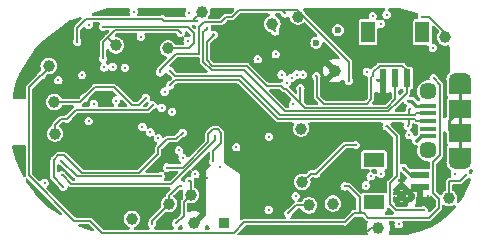
<source format=gbr>
G04 #@! TF.GenerationSoftware,KiCad,Pcbnew,7.0.7*
G04 #@! TF.CreationDate,2024-03-13T12:15:20+01:00*
G04 #@! TF.ProjectId,dictofun,64696374-6f66-4756-9e2e-6b696361645f,rev?*
G04 #@! TF.SameCoordinates,Original*
G04 #@! TF.FileFunction,Copper,L4,Bot*
G04 #@! TF.FilePolarity,Positive*
%FSLAX45Y45*%
G04 Gerber Fmt 4.5, Leading zero omitted, Abs format (unit mm)*
G04 Created by KiCad (PCBNEW 7.0.7) date 2024-03-13 12:15:20*
%MOMM*%
%LPD*%
G01*
G04 APERTURE LIST*
G04 #@! TA.AperFunction,ComponentPad*
%ADD10C,0.500000*%
G04 #@! TD*
G04 #@! TA.AperFunction,SMDPad,CuDef*
%ADD11C,1.000000*%
G04 #@! TD*
G04 #@! TA.AperFunction,ComponentPad*
%ADD12R,0.850000X0.850000*%
G04 #@! TD*
G04 #@! TA.AperFunction,SMDPad,CuDef*
%ADD13R,1.350000X0.400000*%
G04 #@! TD*
G04 #@! TA.AperFunction,ComponentPad*
%ADD14O,1.900000X1.200000*%
G04 #@! TD*
G04 #@! TA.AperFunction,SMDPad,CuDef*
%ADD15R,1.900000X1.200000*%
G04 #@! TD*
G04 #@! TA.AperFunction,ComponentPad*
%ADD16C,1.450000*%
G04 #@! TD*
G04 #@! TA.AperFunction,SMDPad,CuDef*
%ADD17R,1.900000X1.500000*%
G04 #@! TD*
G04 #@! TA.AperFunction,SMDPad,CuDef*
%ADD18R,0.600000X1.550000*%
G04 #@! TD*
G04 #@! TA.AperFunction,SMDPad,CuDef*
%ADD19R,1.200000X1.800000*%
G04 #@! TD*
G04 #@! TA.AperFunction,SMDPad,CuDef*
%ADD20R,1.550000X0.600000*%
G04 #@! TD*
G04 #@! TA.AperFunction,SMDPad,CuDef*
%ADD21R,1.800000X1.200000*%
G04 #@! TD*
G04 #@! TA.AperFunction,ViaPad*
%ADD22C,0.300000*%
G04 #@! TD*
G04 #@! TA.AperFunction,ViaPad*
%ADD23C,0.600000*%
G04 #@! TD*
G04 #@! TA.AperFunction,Conductor*
%ADD24C,0.127000*%
G04 #@! TD*
G04 #@! TA.AperFunction,Conductor*
%ADD25C,0.254000*%
G04 #@! TD*
G04 APERTURE END LIST*
D10*
X14806500Y-10581500D03*
X14901500Y-10581500D03*
X14806500Y-10486500D03*
X14901500Y-10486500D03*
D11*
X13096240Y-10764520D03*
X13975080Y-9017000D03*
X14069060Y-10614660D03*
X12885420Y-10601960D03*
X14013180Y-10416540D03*
X11920220Y-10007600D03*
X14290040Y-9474200D03*
X12435840Y-9260840D03*
X15255240Y-10553700D03*
X15224760Y-9192260D03*
X13070840Y-10525760D03*
X12570460Y-10728960D03*
X11915140Y-9740900D03*
X12877800Y-9286240D03*
X14272260Y-10599420D03*
X11866880Y-9433560D03*
X13162280Y-8973820D03*
D12*
X13347700Y-10767060D03*
D11*
X14003020Y-9964420D03*
X13759180Y-9077960D03*
X14658340Y-10805160D03*
D13*
X15080000Y-9770000D03*
X15080000Y-9835000D03*
X15080000Y-9900000D03*
X15080000Y-9965000D03*
X15080000Y-10030000D03*
D14*
X15350000Y-9550000D03*
D15*
X15350000Y-9610000D03*
D16*
X15080000Y-9650000D03*
D17*
X15350000Y-9800000D03*
X15350000Y-10000000D03*
D16*
X15080000Y-10150000D03*
D15*
X15350000Y-10190000D03*
D14*
X15350000Y-10250000D03*
D18*
X14700000Y-9537500D03*
X14800000Y-9537500D03*
X14900000Y-9537500D03*
D19*
X14570000Y-9150000D03*
X15030000Y-9150000D03*
D20*
X15007500Y-10460000D03*
X15007500Y-10360000D03*
D21*
X14620000Y-10590000D03*
X14620000Y-10230000D03*
D22*
X13464540Y-10271760D03*
X15199360Y-9517380D03*
X12969240Y-10149840D03*
X15341600Y-10477500D03*
X15306040Y-10353040D03*
X15199360Y-10246360D03*
D23*
X13388340Y-9839960D03*
X13281660Y-9834880D03*
X13174980Y-9832340D03*
X13279120Y-9740900D03*
X13177520Y-9738360D03*
X13281660Y-9634220D03*
X13385800Y-9748520D03*
X13385800Y-9634220D03*
X13177520Y-9636760D03*
D22*
X13870940Y-8989060D03*
X15397480Y-10358120D03*
X13784580Y-9141460D03*
X14284960Y-9466580D03*
X14150340Y-10012680D03*
X14005560Y-9964420D03*
X14571980Y-10833100D03*
X14264640Y-10619740D03*
X13896340Y-10680700D03*
X13108940Y-10350500D03*
X11988800Y-10457180D03*
X12999720Y-9999980D03*
X12570460Y-10728960D03*
X12740640Y-10769600D03*
X12943840Y-10767060D03*
X13093700Y-10772140D03*
X12989560Y-10447020D03*
X13058140Y-10406380D03*
X14678660Y-10345420D03*
X14018260Y-9507220D03*
X13967460Y-9507220D03*
X13924280Y-9535160D03*
X13881100Y-9578340D03*
X13997940Y-9621520D03*
X14132560Y-9519920D03*
X14196060Y-9375140D03*
X14010640Y-9408160D03*
X13263880Y-9171940D03*
X13202920Y-9110980D03*
X13934440Y-9758680D03*
X13728700Y-10652760D03*
X12509500Y-9380220D03*
X12669520Y-9512300D03*
X12425680Y-10253980D03*
X11805920Y-9512300D03*
X15125700Y-9537700D03*
X14371320Y-10454640D03*
X14239240Y-10431780D03*
D23*
X14315440Y-9131300D03*
X14132560Y-9237980D03*
D22*
X14678660Y-9077960D03*
X14610080Y-9011920D03*
X14727500Y-9000000D03*
X12448540Y-8956040D03*
X12585700Y-8976360D03*
X12646660Y-9189720D03*
X12148820Y-9512300D03*
X13055600Y-8989060D03*
X12809220Y-9489440D03*
X14406880Y-9560560D03*
X14726920Y-9944100D03*
X14467840Y-10104120D03*
X14131000Y-10345420D03*
X13764260Y-10363200D03*
X13876020Y-9961880D03*
X14978380Y-9585960D03*
X15255240Y-9900920D03*
X14978380Y-10068560D03*
X14907260Y-9728200D03*
X14645640Y-9550400D03*
X14831060Y-9382760D03*
X14386560Y-9019540D03*
X15118080Y-9281160D03*
X14958060Y-9268460D03*
X15026640Y-9017000D03*
X14884400Y-9077960D03*
X14810740Y-9240520D03*
X14559280Y-9484360D03*
X14424660Y-10576560D03*
X14592580Y-10368000D03*
X14551660Y-10447020D03*
X14653260Y-10419080D03*
X14828520Y-10774680D03*
X15041880Y-10657840D03*
X14993620Y-10363200D03*
X15176500Y-10358120D03*
X15077440Y-10535920D03*
X14762480Y-10289540D03*
X14869160Y-10297160D03*
X15118080Y-9352280D03*
X14269720Y-10820400D03*
X13957300Y-10535920D03*
X13733780Y-10807700D03*
X14762480Y-10172700D03*
X14927580Y-9796780D03*
X14919960Y-10020300D03*
X14904720Y-9941560D03*
X11783060Y-10121900D03*
X12204700Y-9900920D03*
X12435840Y-9728200D03*
X12247880Y-9753600D03*
X12512040Y-9451340D03*
X12336780Y-9446260D03*
X12407900Y-9441180D03*
X12727940Y-9997440D03*
X12659360Y-9949180D03*
X12793980Y-10048240D03*
X12687300Y-9705340D03*
X12745720Y-9766300D03*
X12606020Y-9715500D03*
X12021820Y-9883140D03*
X12169140Y-9702800D03*
X11948160Y-9555480D03*
X11699240Y-9456420D03*
X13210540Y-10380980D03*
X13185140Y-10632440D03*
X12877800Y-10114280D03*
X13119100Y-9055100D03*
X13045440Y-9105900D03*
X12984480Y-9151620D03*
X12867640Y-10294620D03*
X12108180Y-9227820D03*
X12827000Y-9037320D03*
X12326620Y-9370060D03*
X12329160Y-9100820D03*
X12204700Y-9085580D03*
X12743180Y-10154920D03*
X12931140Y-9202420D03*
X13388580Y-8973160D03*
X13563600Y-10810240D03*
X11836400Y-10195560D03*
X13646080Y-9116060D03*
X12666980Y-10236200D03*
X11976100Y-10360660D03*
X13276580Y-10025300D03*
X11973560Y-10236200D03*
X12814300Y-10368280D03*
X12893040Y-9474200D03*
X12893040Y-9598660D03*
X12999720Y-10213340D03*
X12847320Y-9652000D03*
X12910820Y-9822180D03*
X13314680Y-10289540D03*
X13261340Y-10241280D03*
X13454380Y-10121900D03*
X13789660Y-9334500D03*
X13837920Y-9507220D03*
X13042900Y-9222740D03*
X11833860Y-10424160D03*
X13731240Y-10033000D03*
X13634720Y-9377680D03*
X12822204Y-9789160D03*
D24*
X14370230Y-10758350D02*
X13521510Y-10758350D01*
X14447760Y-10683000D02*
X14371320Y-10759440D01*
X14371320Y-10759440D02*
X14370230Y-10758350D01*
X12319320Y-10845800D02*
X12217720Y-10744200D01*
X13521510Y-10758350D02*
X13434060Y-10845800D01*
X14536420Y-10683000D02*
X14447760Y-10683000D01*
X12084108Y-10744200D02*
X11701780Y-10361872D01*
X11701780Y-9613900D02*
X11803380Y-9512300D01*
X13434060Y-10845800D02*
X12319320Y-10845800D01*
X12217720Y-10744200D02*
X12084108Y-10744200D01*
X11701780Y-10361872D02*
X11701780Y-9613900D01*
X13114020Y-9050020D02*
X12839700Y-9050020D01*
X13119100Y-9055100D02*
X13114020Y-9050020D01*
X12839700Y-9050020D02*
X12827000Y-9037320D01*
X12705080Y-9806940D02*
X12098020Y-9806940D01*
X12745720Y-9766300D02*
X12705080Y-9806940D01*
X12098020Y-9806940D02*
X12021820Y-9883140D01*
X14917420Y-9928860D02*
X14917420Y-9886350D01*
X14904720Y-9941560D02*
X14917420Y-9928860D01*
X13263880Y-9171940D02*
X13202680Y-9233140D01*
X13202680Y-9233140D02*
X13202680Y-9385060D01*
X13202680Y-9385060D02*
X13251180Y-9433560D01*
X13251180Y-9433560D02*
X13543280Y-9433560D01*
X13543280Y-9433560D02*
X13710920Y-9601200D01*
X13710920Y-9601200D02*
X13834168Y-9601200D01*
X13834168Y-9601200D02*
X13860658Y-9627690D01*
X13860658Y-9627690D02*
X13874570Y-9627690D01*
X13874570Y-9627690D02*
X14036040Y-9789160D01*
X13263880Y-9171940D02*
X13258800Y-9166860D01*
X15120620Y-10251440D02*
X15120620Y-10509309D01*
X15180490Y-9592490D02*
X15180490Y-10191570D01*
X15168880Y-10557569D02*
X15168880Y-10634980D01*
X14572220Y-10718800D02*
X14536420Y-10683000D01*
X15168880Y-10634980D02*
X15085060Y-10718800D01*
X15180490Y-10191570D02*
X15120620Y-10251440D01*
X15125700Y-9537700D02*
X15180490Y-9592490D01*
X15085060Y-10718800D02*
X14572220Y-10718800D01*
X15120620Y-10509309D02*
X15168880Y-10557569D01*
X13261340Y-10241280D02*
X13261340Y-10154920D01*
X13325930Y-10090330D02*
X13325930Y-9999859D01*
X13218160Y-10008929D02*
X13218160Y-10078720D01*
X13261340Y-10154920D02*
X13325930Y-10090330D01*
X13325930Y-9999859D02*
X13297021Y-9970950D01*
X13297021Y-9970950D02*
X13256138Y-9970950D01*
X13256138Y-9970950D02*
X13218160Y-10008929D01*
X13218160Y-10078720D02*
X13002260Y-10294620D01*
X13002260Y-10294620D02*
X12867640Y-10294620D01*
X12946380Y-10053320D02*
X12867640Y-10053320D01*
X12632391Y-10340580D02*
X12149060Y-10340580D01*
X11907520Y-10378440D02*
X11986260Y-10457180D01*
X12867640Y-10053320D02*
X12792530Y-10128430D01*
X12792530Y-10128430D02*
X12792530Y-10180442D01*
X11995330Y-10186850D02*
X11949250Y-10186850D01*
X12999720Y-9999980D02*
X12946380Y-10053320D01*
X12792530Y-10180442D02*
X12632391Y-10340580D01*
X12149060Y-10340580D02*
X11995330Y-10186850D01*
X11949250Y-10186850D02*
X11907520Y-10228580D01*
X11907520Y-10228580D02*
X11907520Y-10378440D01*
X15041880Y-10657840D02*
X15031720Y-10655300D01*
X14807680Y-10655300D02*
X14755150Y-10602770D01*
X14755150Y-10426410D02*
X14811830Y-10369730D01*
X14755150Y-10602770D02*
X14755150Y-10426410D01*
X14811830Y-10029010D02*
X14726920Y-9944100D01*
X14811830Y-10369730D02*
X14811830Y-10029010D01*
X15031720Y-10655300D02*
X14807680Y-10655300D01*
X13162280Y-8973820D02*
X13088620Y-9047480D01*
X14036040Y-9789160D02*
X13997940Y-9751060D01*
X13997940Y-9751060D02*
X13997940Y-9621520D01*
X14038580Y-9789160D02*
X14036040Y-9789160D01*
D25*
X14990420Y-10360000D02*
X14993620Y-10363200D01*
X14869160Y-10297160D02*
X14932000Y-10360000D01*
X14932000Y-10360000D02*
X14990420Y-10360000D01*
D24*
X15397480Y-10358120D02*
X15346680Y-10408920D01*
X15346680Y-10408920D02*
X15255240Y-10408920D01*
X15255240Y-10408920D02*
X15255240Y-10553700D01*
D25*
X15016940Y-10030000D02*
X14978380Y-10068560D01*
X15016940Y-10030000D02*
X15080000Y-10030000D01*
D24*
X13845540Y-8963660D02*
X13474700Y-8963660D01*
X13415850Y-9022510D02*
X13365050Y-9022510D01*
X12941906Y-9331354D02*
X12806680Y-9466580D01*
X13474700Y-8963660D02*
X13415850Y-9022510D01*
X13365050Y-9022510D02*
X13325930Y-9061630D01*
X13325930Y-9061630D02*
X13182478Y-9061630D01*
X13182478Y-9061630D02*
X13140026Y-9104083D01*
X13140026Y-9104083D02*
X13140026Y-9331354D01*
X13140026Y-9331354D02*
X12941906Y-9331354D01*
X12806680Y-9466580D02*
X12809220Y-9489440D01*
X13972540Y-8963660D02*
X13845540Y-8963660D01*
X13853160Y-8971280D02*
X13870940Y-8989060D01*
X13853160Y-8971280D02*
X13845540Y-8963660D01*
X13784580Y-9141460D02*
X13782040Y-9138920D01*
X13759180Y-9116060D02*
X13784580Y-9141460D01*
X13759180Y-9077960D02*
X13759180Y-9116060D01*
X15224760Y-9192260D02*
X15224760Y-9152060D01*
X15224760Y-9152060D02*
X15089700Y-9017000D01*
X15089700Y-9017000D02*
X15026640Y-9017000D01*
X14013180Y-10416540D02*
X14084300Y-10345420D01*
X14084300Y-10345420D02*
X14131000Y-10345420D01*
X14569440Y-10833100D02*
X14571980Y-10830560D01*
X14571980Y-10833100D02*
X14569440Y-10833100D01*
X14571980Y-10830560D02*
X14571980Y-10833100D01*
X14597380Y-10805160D02*
X14571980Y-10830560D01*
X14658340Y-10805160D02*
X14597380Y-10805160D01*
X14069060Y-10614660D02*
X13962380Y-10614660D01*
X13962380Y-10614660D02*
X13896340Y-10680700D01*
X11988800Y-10459720D02*
X11986260Y-10457180D01*
X11988800Y-10457180D02*
X11988800Y-10459720D01*
X11986260Y-10457180D02*
X11988800Y-10457180D01*
X11920220Y-10007600D02*
X11920220Y-9933940D01*
X11971020Y-9883140D02*
X12021820Y-9883140D01*
X11920220Y-9933940D02*
X11971020Y-9883140D01*
X11915140Y-9740900D02*
X12131040Y-9740900D01*
X12131040Y-9740900D02*
X12169140Y-9702800D01*
X11866880Y-9433560D02*
X11866880Y-9451340D01*
X11866880Y-9451340D02*
X11805920Y-9512300D01*
X12943840Y-10767060D02*
X13009880Y-10701020D01*
X13009880Y-10701020D02*
X13009880Y-10586720D01*
X13009880Y-10586720D02*
X13070840Y-10525760D01*
X12885420Y-10601960D02*
X12740640Y-10746740D01*
X12740640Y-10746740D02*
X12740640Y-10769600D01*
X12989560Y-10447020D02*
X12987020Y-10447020D01*
X12966700Y-10447020D02*
X12989560Y-10447020D01*
X12898120Y-10515600D02*
X12966700Y-10447020D01*
X12885420Y-10601960D02*
X12885420Y-10528300D01*
X12885420Y-10528300D02*
X12898120Y-10515600D01*
X13058140Y-10403840D02*
X13058140Y-10403840D01*
X13058140Y-10406380D02*
X13058140Y-10403840D01*
X13060680Y-10406380D02*
X13058140Y-10406380D01*
X13070840Y-10416540D02*
X13060680Y-10406380D01*
X13070840Y-10525760D02*
X13070840Y-10416540D01*
X12877800Y-9286240D02*
X13050520Y-9286240D01*
X13050520Y-9286240D02*
X13093700Y-9243060D01*
X13093700Y-9243060D02*
X13093700Y-9156700D01*
X13093700Y-9156700D02*
X13045440Y-9108440D01*
X13045440Y-9108440D02*
X13045440Y-9105900D01*
X14406880Y-9560560D02*
X14406880Y-9398000D01*
X14406880Y-9398000D02*
X13972540Y-8963660D01*
X12363450Y-9196070D02*
X12431000Y-9128520D01*
X12326620Y-9232900D02*
X12363450Y-9196070D01*
X12363450Y-9196070D02*
X12371070Y-9196070D01*
X12371070Y-9196070D02*
X12435840Y-9260840D01*
X14124940Y-9789160D02*
X14038580Y-9789160D01*
X14132560Y-9519920D02*
X14130020Y-9517380D01*
X14135100Y-9522460D02*
X14132560Y-9519920D01*
X14135100Y-9649460D02*
X14135100Y-9522460D01*
X14135100Y-9695180D02*
X14135100Y-9649460D01*
X14559280Y-9753600D02*
X14193520Y-9753600D01*
X14193520Y-9753600D02*
X14135100Y-9695180D01*
X14900000Y-9537500D02*
X14900000Y-9472020D01*
X14610080Y-9489440D02*
X14610080Y-9516169D01*
X14860450Y-9432110D02*
X14667410Y-9432110D01*
X14596290Y-9716590D02*
X14559280Y-9753600D01*
X14900000Y-9472020D02*
X14860450Y-9432470D01*
X14860450Y-9432470D02*
X14860450Y-9432110D01*
X14667410Y-9432110D02*
X14610080Y-9489440D01*
X14610080Y-9516169D02*
X14596290Y-9529959D01*
X14596290Y-9529959D02*
X14596290Y-9716590D01*
X14729460Y-9789160D02*
X14124940Y-9789160D01*
X13202920Y-9118600D02*
X13202920Y-9110980D01*
X13185140Y-9136380D02*
X13202920Y-9118600D01*
X14800000Y-9537500D02*
X14800000Y-9718620D01*
X14800000Y-9718620D02*
X14729460Y-9789160D01*
X13174980Y-9319260D02*
X13174980Y-9146540D01*
X13517880Y-9469120D02*
X13246100Y-9469120D01*
X13723620Y-9674860D02*
X13517880Y-9469120D01*
X13246100Y-9469120D02*
X13174980Y-9398000D01*
X13174980Y-9146540D02*
X13185140Y-9136380D01*
X13174980Y-9398000D02*
X13174980Y-9319260D01*
X13868400Y-9819640D02*
X13723620Y-9674860D01*
X14900000Y-9661800D02*
X14831060Y-9730740D01*
X14831060Y-9730740D02*
X14742160Y-9819640D01*
X14444980Y-9819640D02*
X13868400Y-9819640D01*
X14742160Y-9819640D02*
X14444980Y-9819640D01*
X14900000Y-9537500D02*
X14900000Y-9661800D01*
X14131000Y-10345420D02*
X14374840Y-10101580D01*
X14374840Y-10101580D02*
X14467840Y-10101580D01*
X11805920Y-9509760D02*
X11803380Y-9512300D01*
X11805920Y-9512300D02*
X11805920Y-9509760D01*
X11803380Y-9512300D02*
X11805920Y-9512300D01*
X14520300Y-10683000D02*
X14536420Y-10683000D01*
X14498320Y-10661020D02*
X14520300Y-10683000D01*
D25*
X15255240Y-9972040D02*
X15283200Y-10000000D01*
X15255240Y-9900920D02*
X15255240Y-9972040D01*
X15283200Y-10000000D02*
X15350000Y-10000000D01*
X15255240Y-9900920D02*
X15255240Y-9894760D01*
X15255240Y-9894760D02*
X15350000Y-9800000D01*
D24*
X14406880Y-10454640D02*
X14498320Y-10546080D01*
X14498320Y-10546080D02*
X14498320Y-10661020D01*
X14371320Y-10454640D02*
X14406880Y-10454640D01*
X12809220Y-9489440D02*
X12806680Y-9489440D01*
X14724380Y-9944100D02*
X14724380Y-9944100D01*
X14726920Y-9944100D02*
X14724380Y-9944100D01*
D25*
X15350000Y-9800000D02*
X15350000Y-10000000D01*
X15350000Y-9800000D02*
X15350000Y-9610000D01*
X15350000Y-10000000D02*
X15350000Y-10190000D01*
X14937772Y-9728200D02*
X14907260Y-9728200D01*
X14979572Y-9770000D02*
X14937772Y-9728200D01*
X15080000Y-9770000D02*
X14979572Y-9770000D01*
X14645640Y-9550400D02*
X14687100Y-9550400D01*
X14687100Y-9550400D02*
X14700000Y-9537500D01*
X14996820Y-10360000D02*
X14993620Y-10363200D01*
X14901500Y-10486500D02*
X14981000Y-10486500D01*
X14981000Y-10486500D02*
X15007500Y-10460000D01*
X15007500Y-10360000D02*
X14996820Y-10360000D01*
D24*
X14914880Y-9848650D02*
X14914880Y-9809480D01*
X14914880Y-9809480D02*
X14927580Y-9796780D01*
X13827548Y-9848650D02*
X14914880Y-9848650D01*
X14914880Y-9848650D02*
X14965100Y-9848650D01*
X13811932Y-9886350D02*
X14917420Y-9886350D01*
X14917420Y-9886350D02*
X14965100Y-9886350D01*
X12936420Y-9555280D02*
X13480862Y-9555280D01*
X12893040Y-9474200D02*
X12936420Y-9517580D01*
X12893040Y-9598660D02*
X12936420Y-9555280D01*
X14965100Y-9886350D02*
X14978750Y-9900000D01*
X14965100Y-9848650D02*
X14978750Y-9835000D01*
X12936420Y-9517580D02*
X13496478Y-9517580D01*
X13480862Y-9555280D02*
X13811932Y-9886350D01*
X13496478Y-9517580D02*
X13827548Y-9848650D01*
X14978750Y-9900000D02*
X15080000Y-9900000D01*
X14978750Y-9835000D02*
X15080000Y-9835000D01*
X12169140Y-9702800D02*
X12255500Y-9616440D01*
X12255500Y-9616440D02*
X12420600Y-9616440D01*
X12420600Y-9616440D02*
X12569010Y-9764850D01*
X12569010Y-9764850D02*
X12627790Y-9764850D01*
X12627790Y-9764850D02*
X12687300Y-9705340D01*
X12108180Y-9227820D02*
X12108180Y-9112309D01*
X12184258Y-9036230D02*
X12241710Y-9036230D01*
X12108180Y-9112309D02*
X12184258Y-9036230D01*
X12241710Y-9036230D02*
X12242800Y-9037320D01*
X12242800Y-9037320D02*
X12827000Y-9037320D01*
X13276580Y-10020300D02*
X13276580Y-10063480D01*
X13276580Y-10063480D02*
X12905740Y-10434320D01*
X12905740Y-10434320D02*
X12057380Y-10434320D01*
X12057380Y-10434320D02*
X11983720Y-10360660D01*
X11983720Y-10360660D02*
X11976100Y-10360660D01*
X12326620Y-9370060D02*
X12326620Y-9232900D01*
X12431000Y-9128520D02*
X12961380Y-9128520D01*
X12961380Y-9128520D02*
X12984480Y-9151620D01*
X12329160Y-9100820D02*
X13040360Y-9100820D01*
X13040360Y-9100820D02*
X13045440Y-9105900D01*
X11976100Y-10353040D02*
X11981180Y-10358120D01*
X11976100Y-10360660D02*
X11976100Y-10353040D01*
X11973560Y-10236200D02*
X12105640Y-10368280D01*
X12105640Y-10368280D02*
X12814300Y-10368280D01*
G04 #@! TA.AperFunction,Conductor*
G36*
X14518898Y-10709638D02*
G01*
X14520300Y-10709917D01*
X14520300Y-10709917D01*
X14520300Y-10709917D01*
X14520866Y-10709917D01*
X14527570Y-10711886D01*
X14529634Y-10713549D01*
X14550850Y-10734765D01*
X14552392Y-10736644D01*
X14553187Y-10737833D01*
X14553187Y-10737833D01*
X14561919Y-10743668D01*
X14561920Y-10743668D01*
X14562297Y-10743825D01*
X14567737Y-10748209D01*
X14569944Y-10754838D01*
X14568488Y-10761126D01*
X14565505Y-10766706D01*
X14559787Y-10785557D01*
X14557856Y-10805160D01*
X14559787Y-10824763D01*
X14565505Y-10843614D01*
X14569830Y-10851705D01*
X14571254Y-10858545D01*
X14568754Y-10865069D01*
X14563123Y-10869206D01*
X14558894Y-10869950D01*
X13477181Y-10869950D01*
X13470477Y-10867982D01*
X13465902Y-10862701D01*
X13464907Y-10855785D01*
X13467810Y-10849430D01*
X13468413Y-10848782D01*
X13476949Y-10840246D01*
X13528813Y-10788382D01*
X13534946Y-10785033D01*
X13537581Y-10784750D01*
X14362018Y-10784750D01*
X14364437Y-10784988D01*
X14371320Y-10786357D01*
X14381621Y-10784308D01*
X14390353Y-10778473D01*
X14391148Y-10777284D01*
X14392689Y-10775406D01*
X14455063Y-10713032D01*
X14461196Y-10709683D01*
X14463831Y-10709400D01*
X14516479Y-10709400D01*
X14518898Y-10709638D01*
G37*
G04 #@! TD.AperFunction*
G04 #@! TA.AperFunction,Conductor*
G36*
X12143593Y-9022893D02*
G01*
X12146634Y-9029184D01*
X12145790Y-9036120D01*
X12143169Y-9039984D01*
X12092214Y-9090939D01*
X12090336Y-9092480D01*
X12089147Y-9093275D01*
X12086868Y-9096685D01*
X12086868Y-9096685D01*
X12083312Y-9102008D01*
X12082319Y-9106997D01*
X12081346Y-9111890D01*
X12081263Y-9112309D01*
X12081542Y-9113711D01*
X12081780Y-9116130D01*
X12081780Y-9199065D01*
X12079811Y-9205769D01*
X12079412Y-9206352D01*
X12079143Y-9206723D01*
X12074045Y-9216729D01*
X12072288Y-9227820D01*
X12072288Y-9227820D01*
X12074045Y-9238911D01*
X12079143Y-9248917D01*
X12087083Y-9256857D01*
X12097089Y-9261955D01*
X12108180Y-9263712D01*
X12108180Y-9263712D01*
X12108180Y-9263712D01*
X12119271Y-9261955D01*
X12119271Y-9261955D01*
X12119271Y-9261955D01*
X12129277Y-9256857D01*
X12137217Y-9248917D01*
X12142315Y-9238911D01*
X12142315Y-9238911D01*
X12142315Y-9238911D01*
X12144072Y-9227820D01*
X12144072Y-9227820D01*
X12142315Y-9216729D01*
X12137217Y-9206724D01*
X12136948Y-9206353D01*
X12134600Y-9199773D01*
X12134580Y-9199065D01*
X12134580Y-9128380D01*
X12136548Y-9121676D01*
X12138212Y-9119612D01*
X12146694Y-9111130D01*
X12155319Y-9102504D01*
X12161452Y-9099156D01*
X12168421Y-9099654D01*
X12174014Y-9103841D01*
X12175136Y-9105643D01*
X12175662Y-9106676D01*
X12183603Y-9114617D01*
X12193609Y-9119715D01*
X12204700Y-9121472D01*
X12204700Y-9121472D01*
X12204700Y-9121472D01*
X12215791Y-9119715D01*
X12215791Y-9119715D01*
X12215791Y-9119715D01*
X12225797Y-9114617D01*
X12233737Y-9106677D01*
X12238835Y-9096671D01*
X12238835Y-9096671D01*
X12238835Y-9096671D01*
X12240592Y-9085580D01*
X12240592Y-9085580D01*
X12240548Y-9085305D01*
X12240307Y-9083780D01*
X12239401Y-9078060D01*
X12240296Y-9071130D01*
X12244796Y-9065785D01*
X12251471Y-9063721D01*
X12251648Y-9063720D01*
X12288042Y-9063720D01*
X12294746Y-9065689D01*
X12299321Y-9070969D01*
X12300316Y-9077885D01*
X12299090Y-9081749D01*
X12295025Y-9089729D01*
X12293268Y-9100820D01*
X12293268Y-9100820D01*
X12295025Y-9111911D01*
X12300123Y-9121917D01*
X12308063Y-9129857D01*
X12318069Y-9134955D01*
X12329160Y-9136712D01*
X12329160Y-9136712D01*
X12329160Y-9136712D01*
X12340251Y-9134955D01*
X12340251Y-9134955D01*
X12340251Y-9134955D01*
X12347425Y-9131300D01*
X12350256Y-9129858D01*
X12350256Y-9129857D01*
X12350257Y-9129857D01*
X12350257Y-9129857D01*
X12350627Y-9129588D01*
X12357207Y-9127240D01*
X12357915Y-9127220D01*
X12365029Y-9127220D01*
X12371732Y-9129189D01*
X12376308Y-9134469D01*
X12377302Y-9141385D01*
X12374400Y-9147740D01*
X12373799Y-9148386D01*
X12353561Y-9168623D01*
X12347484Y-9174700D01*
X12345606Y-9176242D01*
X12344417Y-9177037D01*
X12343622Y-9178226D01*
X12342080Y-9180105D01*
X12310654Y-9211530D01*
X12308776Y-9213072D01*
X12307587Y-9213867D01*
X12305308Y-9217276D01*
X12305308Y-9217277D01*
X12301752Y-9222599D01*
X12301751Y-9222599D01*
X12299703Y-9232900D01*
X12299703Y-9232900D01*
X12299703Y-9232900D01*
X12299803Y-9233406D01*
X12299982Y-9234302D01*
X12300220Y-9236721D01*
X12300220Y-9341305D01*
X12298251Y-9348008D01*
X12297852Y-9348593D01*
X12297583Y-9348963D01*
X12292485Y-9358969D01*
X12290728Y-9370060D01*
X12290728Y-9370060D01*
X12292485Y-9381151D01*
X12297583Y-9391157D01*
X12305523Y-9399097D01*
X12309054Y-9400896D01*
X12314134Y-9405694D01*
X12315813Y-9412476D01*
X12313560Y-9419089D01*
X12312193Y-9420713D01*
X12307743Y-9425163D01*
X12302645Y-9435169D01*
X12300888Y-9446260D01*
X12300888Y-9446260D01*
X12302645Y-9457351D01*
X12307743Y-9467357D01*
X12315683Y-9475297D01*
X12325689Y-9480395D01*
X12336780Y-9482152D01*
X12336780Y-9482152D01*
X12336780Y-9482152D01*
X12347871Y-9480395D01*
X12347871Y-9480395D01*
X12347871Y-9480395D01*
X12357877Y-9475297D01*
X12365817Y-9467357D01*
X12365817Y-9467357D01*
X12366112Y-9467062D01*
X12372244Y-9463714D01*
X12379213Y-9464212D01*
X12383648Y-9467062D01*
X12386803Y-9470217D01*
X12396809Y-9475315D01*
X12407900Y-9477072D01*
X12407900Y-9477072D01*
X12407900Y-9477072D01*
X12418991Y-9475315D01*
X12418991Y-9475315D01*
X12418991Y-9475315D01*
X12428997Y-9470217D01*
X12436937Y-9462277D01*
X12442035Y-9452271D01*
X12442035Y-9452271D01*
X12442035Y-9452271D01*
X12442183Y-9451340D01*
X12476148Y-9451340D01*
X12477905Y-9462431D01*
X12483003Y-9472437D01*
X12490943Y-9480377D01*
X12500949Y-9485475D01*
X12512040Y-9487232D01*
X12512040Y-9487232D01*
X12512040Y-9487232D01*
X12523131Y-9485475D01*
X12523131Y-9485475D01*
X12523131Y-9485475D01*
X12533137Y-9480377D01*
X12541077Y-9472437D01*
X12546175Y-9462431D01*
X12546175Y-9462431D01*
X12546175Y-9462431D01*
X12547932Y-9451340D01*
X12547932Y-9451340D01*
X12546175Y-9440249D01*
X12541077Y-9430243D01*
X12533136Y-9422303D01*
X12523131Y-9417205D01*
X12512040Y-9415448D01*
X12512040Y-9415448D01*
X12500949Y-9417205D01*
X12490943Y-9422303D01*
X12483003Y-9430243D01*
X12477905Y-9440249D01*
X12476148Y-9451340D01*
X12476148Y-9451340D01*
X12442183Y-9451340D01*
X12443792Y-9441180D01*
X12443792Y-9441180D01*
X12442035Y-9430089D01*
X12436937Y-9420083D01*
X12428996Y-9412143D01*
X12418991Y-9407045D01*
X12407900Y-9405288D01*
X12407900Y-9405288D01*
X12396809Y-9407045D01*
X12386803Y-9412143D01*
X12378568Y-9420378D01*
X12372436Y-9423727D01*
X12365467Y-9423228D01*
X12361032Y-9420378D01*
X12357876Y-9417222D01*
X12354345Y-9415423D01*
X12349266Y-9410626D01*
X12347586Y-9403844D01*
X12349840Y-9397230D01*
X12351206Y-9395607D01*
X12355657Y-9391157D01*
X12360755Y-9381151D01*
X12360755Y-9381151D01*
X12360755Y-9381151D01*
X12362512Y-9370060D01*
X12362512Y-9370060D01*
X12360755Y-9358969D01*
X12355657Y-9348964D01*
X12355657Y-9348963D01*
X12355657Y-9348963D01*
X12355389Y-9348594D01*
X12353040Y-9342014D01*
X12353020Y-9341308D01*
X12353020Y-9303961D01*
X12354988Y-9297257D01*
X12360269Y-9292682D01*
X12367185Y-9291687D01*
X12373540Y-9294590D01*
X12375625Y-9296917D01*
X12383022Y-9307633D01*
X12389535Y-9313403D01*
X12395755Y-9318914D01*
X12410817Y-9326819D01*
X12410817Y-9326819D01*
X12427334Y-9330890D01*
X12444346Y-9330890D01*
X12460862Y-9326819D01*
X12473009Y-9320444D01*
X12475925Y-9318914D01*
X12475925Y-9318913D01*
X12475925Y-9318913D01*
X12488658Y-9307633D01*
X12498322Y-9293633D01*
X12504354Y-9277727D01*
X12506404Y-9260840D01*
X12504354Y-9243953D01*
X12498322Y-9228047D01*
X12497765Y-9227240D01*
X12491909Y-9218757D01*
X12488658Y-9214047D01*
X12475925Y-9202767D01*
X12475925Y-9202766D01*
X12460863Y-9194861D01*
X12444346Y-9190790D01*
X12436001Y-9190790D01*
X12429297Y-9188822D01*
X12424722Y-9183541D01*
X12423728Y-9176625D01*
X12426630Y-9170270D01*
X12427233Y-9169622D01*
X12438303Y-9158552D01*
X12444436Y-9155203D01*
X12447071Y-9154920D01*
X12604370Y-9154920D01*
X12611074Y-9156889D01*
X12615649Y-9162169D01*
X12616644Y-9169085D01*
X12615419Y-9172949D01*
X12612525Y-9178629D01*
X12610768Y-9189720D01*
X12610768Y-9189720D01*
X12612525Y-9200811D01*
X12617623Y-9210817D01*
X12625563Y-9218757D01*
X12635569Y-9223855D01*
X12646660Y-9225612D01*
X12646660Y-9225612D01*
X12646660Y-9225612D01*
X12657751Y-9223855D01*
X12657751Y-9223855D01*
X12657751Y-9223855D01*
X12667757Y-9218757D01*
X12675697Y-9210817D01*
X12680795Y-9200811D01*
X12680795Y-9200811D01*
X12680795Y-9200811D01*
X12682552Y-9189720D01*
X12682552Y-9189720D01*
X12680795Y-9178629D01*
X12680795Y-9178629D01*
X12680795Y-9178629D01*
X12677901Y-9172949D01*
X12676612Y-9166082D01*
X12679240Y-9159608D01*
X12684950Y-9155583D01*
X12688950Y-9154920D01*
X12938804Y-9154920D01*
X12945508Y-9156889D01*
X12949831Y-9161878D01*
X12949902Y-9161842D01*
X12950047Y-9162127D01*
X12950084Y-9162169D01*
X12950132Y-9162295D01*
X12955443Y-9172717D01*
X12963383Y-9180657D01*
X12973389Y-9185755D01*
X12984480Y-9187512D01*
X12984480Y-9187512D01*
X12984480Y-9187512D01*
X12995571Y-9185755D01*
X12995571Y-9185755D01*
X12995571Y-9185755D01*
X12997207Y-9184922D01*
X13004074Y-9183632D01*
X13010548Y-9186260D01*
X13014574Y-9191970D01*
X13014873Y-9198951D01*
X13013885Y-9201599D01*
X13008765Y-9211649D01*
X13007008Y-9222740D01*
X13007008Y-9222740D01*
X13008765Y-9233831D01*
X13012830Y-9241811D01*
X13014120Y-9248678D01*
X13011492Y-9255152D01*
X13005782Y-9259177D01*
X13001782Y-9259840D01*
X12951133Y-9259840D01*
X12944429Y-9257872D01*
X12940852Y-9253965D01*
X12940708Y-9254064D01*
X12939129Y-9251777D01*
X12930618Y-9239447D01*
X12917885Y-9228167D01*
X12917885Y-9228166D01*
X12902823Y-9220261D01*
X12886306Y-9216190D01*
X12869294Y-9216190D01*
X12852777Y-9220261D01*
X12837715Y-9228166D01*
X12826638Y-9237980D01*
X12825587Y-9238911D01*
X12824982Y-9239447D01*
X12815318Y-9253447D01*
X12809286Y-9269353D01*
X12809286Y-9269353D01*
X12807852Y-9281160D01*
X12807235Y-9286240D01*
X12807564Y-9288948D01*
X12809286Y-9303127D01*
X12809286Y-9303127D01*
X12815318Y-9319033D01*
X12820692Y-9326819D01*
X12824982Y-9333033D01*
X12834864Y-9341788D01*
X12837715Y-9344314D01*
X12852777Y-9352219D01*
X12852777Y-9352219D01*
X12855378Y-9352860D01*
X12856243Y-9353073D01*
X12862281Y-9356589D01*
X12865460Y-9362811D01*
X12864770Y-9369764D01*
X12862044Y-9373881D01*
X12789001Y-9446923D01*
X12788610Y-9447282D01*
X12785661Y-9449765D01*
X12785661Y-9449765D01*
X12784075Y-9452823D01*
X12783726Y-9453414D01*
X12781812Y-9456279D01*
X12781563Y-9456880D01*
X12781008Y-9458462D01*
X12780826Y-9459089D01*
X12780531Y-9462522D01*
X12780435Y-9463201D01*
X12779525Y-9467778D01*
X12779388Y-9467750D01*
X12778411Y-9471820D01*
X12775085Y-9478349D01*
X12775085Y-9478349D01*
X12773328Y-9489440D01*
X12773328Y-9489440D01*
X12775085Y-9500531D01*
X12780183Y-9510537D01*
X12788123Y-9518477D01*
X12798129Y-9523575D01*
X12809220Y-9525332D01*
X12809220Y-9525332D01*
X12809220Y-9525332D01*
X12820311Y-9523575D01*
X12820311Y-9523575D01*
X12820311Y-9523575D01*
X12830317Y-9518477D01*
X12838257Y-9510537D01*
X12843355Y-9500531D01*
X12843355Y-9500530D01*
X12843449Y-9500241D01*
X12843660Y-9499933D01*
X12843798Y-9499662D01*
X12843833Y-9499680D01*
X12847393Y-9494473D01*
X12853829Y-9491754D01*
X12860714Y-9492945D01*
X12864011Y-9495305D01*
X12871943Y-9503237D01*
X12881948Y-9508335D01*
X12881949Y-9508335D01*
X12881949Y-9508335D01*
X12887346Y-9509190D01*
X12893659Y-9512183D01*
X12894174Y-9512669D01*
X12909167Y-9527662D01*
X12912515Y-9533794D01*
X12912017Y-9540763D01*
X12909167Y-9545198D01*
X12894174Y-9560191D01*
X12888042Y-9563539D01*
X12887346Y-9563670D01*
X12881949Y-9564525D01*
X12871943Y-9569623D01*
X12864003Y-9577563D01*
X12858905Y-9587569D01*
X12857158Y-9598596D01*
X12857148Y-9598660D01*
X12857420Y-9600375D01*
X12857664Y-9601915D01*
X12856768Y-9608845D01*
X12852268Y-9614190D01*
X12847356Y-9616102D01*
X12836229Y-9617865D01*
X12826223Y-9622963D01*
X12818283Y-9630903D01*
X12813185Y-9640909D01*
X12811428Y-9652000D01*
X12811428Y-9652000D01*
X12813185Y-9663091D01*
X12818283Y-9673097D01*
X12826223Y-9681037D01*
X12836229Y-9686135D01*
X12847320Y-9687892D01*
X12847320Y-9687892D01*
X12847320Y-9687892D01*
X12858411Y-9686135D01*
X12858411Y-9686135D01*
X12858411Y-9686135D01*
X12868417Y-9681037D01*
X12876357Y-9673097D01*
X12881455Y-9663091D01*
X12881455Y-9663091D01*
X12881455Y-9663091D01*
X12883212Y-9652000D01*
X12883212Y-9652000D01*
X12882696Y-9648745D01*
X12883592Y-9641816D01*
X12888091Y-9636470D01*
X12893004Y-9634558D01*
X12893040Y-9634552D01*
X12893040Y-9634552D01*
X12896065Y-9634073D01*
X12904131Y-9632795D01*
X12904131Y-9632795D01*
X12904131Y-9632795D01*
X12914137Y-9627697D01*
X12922077Y-9619757D01*
X12926830Y-9610429D01*
X12927175Y-9609751D01*
X12927175Y-9609751D01*
X12927175Y-9609751D01*
X12928030Y-9604354D01*
X12931023Y-9598041D01*
X12931505Y-9597530D01*
X12943723Y-9585312D01*
X12949856Y-9581964D01*
X12952491Y-9581680D01*
X13464791Y-9581680D01*
X13471495Y-9583649D01*
X13473559Y-9585312D01*
X13790562Y-9902315D01*
X13792104Y-9904194D01*
X13792899Y-9905383D01*
X13792899Y-9905383D01*
X13801631Y-9911218D01*
X13809332Y-9912750D01*
X13809332Y-9912750D01*
X13809929Y-9912869D01*
X13809929Y-9912869D01*
X13811932Y-9913267D01*
X13813334Y-9912988D01*
X13815753Y-9912750D01*
X13929942Y-9912750D01*
X13936646Y-9914719D01*
X13941221Y-9919999D01*
X13942216Y-9926915D01*
X13940674Y-9930851D01*
X13940887Y-9930963D01*
X13940538Y-9931627D01*
X13934506Y-9947533D01*
X13934506Y-9947533D01*
X13932455Y-9964420D01*
X13934506Y-9981307D01*
X13934506Y-9981307D01*
X13940538Y-9997213D01*
X13946767Y-10006238D01*
X13950202Y-10011213D01*
X13959220Y-10019203D01*
X13962935Y-10022494D01*
X13975351Y-10029010D01*
X13977997Y-10030399D01*
X13994514Y-10034470D01*
X14011526Y-10034470D01*
X14028042Y-10030399D01*
X14039306Y-10024487D01*
X14043105Y-10022494D01*
X14043105Y-10022493D01*
X14043105Y-10022493D01*
X14055838Y-10011213D01*
X14065502Y-9997213D01*
X14071534Y-9981307D01*
X14073584Y-9964420D01*
X14071534Y-9947533D01*
X14070835Y-9945689D01*
X14066379Y-9933940D01*
X14065502Y-9931627D01*
X14065502Y-9931627D01*
X14065153Y-9930963D01*
X14065437Y-9930813D01*
X14063705Y-9925555D01*
X14065453Y-9918791D01*
X14070581Y-9914045D01*
X14076098Y-9912750D01*
X14682872Y-9912750D01*
X14689576Y-9914719D01*
X14694152Y-9919999D01*
X14695146Y-9926915D01*
X14693921Y-9930779D01*
X14693827Y-9930963D01*
X14692785Y-9933009D01*
X14691028Y-9944100D01*
X14691028Y-9944100D01*
X14692785Y-9955191D01*
X14697883Y-9965197D01*
X14705823Y-9973137D01*
X14715828Y-9978235D01*
X14715829Y-9978235D01*
X14715829Y-9978235D01*
X14721226Y-9979090D01*
X14727539Y-9982083D01*
X14728054Y-9982569D01*
X14781798Y-10036313D01*
X14785147Y-10042446D01*
X14785430Y-10045081D01*
X14785430Y-10353659D01*
X14783461Y-10360362D01*
X14781798Y-10362427D01*
X14739184Y-10405040D01*
X14737306Y-10406582D01*
X14736117Y-10407377D01*
X14733838Y-10410786D01*
X14733838Y-10410787D01*
X14730282Y-10416109D01*
X14729470Y-10420191D01*
X14728260Y-10426272D01*
X14728233Y-10426410D01*
X14728512Y-10427812D01*
X14728750Y-10430231D01*
X14728750Y-10498177D01*
X14726781Y-10504881D01*
X14721501Y-10509457D01*
X14714585Y-10510451D01*
X14713931Y-10510339D01*
X14711975Y-10509950D01*
X14528025Y-10509950D01*
X14528025Y-10509950D01*
X14522177Y-10511113D01*
X14522177Y-10511113D01*
X14517757Y-10514067D01*
X14511089Y-10516154D01*
X14504351Y-10514306D01*
X14502100Y-10512525D01*
X14428250Y-10438675D01*
X14426708Y-10436796D01*
X14426470Y-10436441D01*
X14425913Y-10435607D01*
X14425841Y-10435558D01*
X14417181Y-10429772D01*
X14409480Y-10428240D01*
X14406880Y-10427723D01*
X14406880Y-10427723D01*
X14406431Y-10427812D01*
X14405478Y-10428002D01*
X14403059Y-10428240D01*
X14400075Y-10428240D01*
X14393372Y-10426272D01*
X14392787Y-10425872D01*
X14392416Y-10425602D01*
X14382411Y-10420505D01*
X14371320Y-10418748D01*
X14371320Y-10418748D01*
X14360229Y-10420505D01*
X14350223Y-10425603D01*
X14342283Y-10433543D01*
X14337185Y-10443549D01*
X14335428Y-10454640D01*
X14335428Y-10454640D01*
X14337185Y-10465731D01*
X14342283Y-10475737D01*
X14350223Y-10483677D01*
X14360229Y-10488775D01*
X14371320Y-10490532D01*
X14371320Y-10490532D01*
X14371320Y-10490532D01*
X14382411Y-10488775D01*
X14382411Y-10488775D01*
X14382411Y-10488775D01*
X14388474Y-10485686D01*
X14395341Y-10484397D01*
X14401815Y-10487024D01*
X14402871Y-10487967D01*
X14468288Y-10553383D01*
X14471637Y-10559516D01*
X14471920Y-10562151D01*
X14471920Y-10644200D01*
X14469951Y-10650904D01*
X14464671Y-10655479D01*
X14459520Y-10656600D01*
X14451581Y-10656600D01*
X14449162Y-10656362D01*
X14448651Y-10656260D01*
X14447760Y-10656083D01*
X14447760Y-10656083D01*
X14445160Y-10656600D01*
X14437459Y-10658132D01*
X14428727Y-10663967D01*
X14428726Y-10663967D01*
X14427932Y-10665156D01*
X14426390Y-10667034D01*
X14365107Y-10728318D01*
X14358974Y-10731667D01*
X14356339Y-10731950D01*
X13925027Y-10731950D01*
X13918323Y-10729982D01*
X13913747Y-10724701D01*
X13912753Y-10717785D01*
X13915655Y-10711430D01*
X13916747Y-10710428D01*
X13916747Y-10710427D01*
X13919336Y-10707838D01*
X13925377Y-10701797D01*
X13930181Y-10692368D01*
X13930475Y-10691791D01*
X13930475Y-10691791D01*
X13930475Y-10691791D01*
X13931330Y-10686394D01*
X13934323Y-10680081D01*
X13934805Y-10679570D01*
X13969683Y-10644692D01*
X13975816Y-10641343D01*
X13978451Y-10641060D01*
X13995727Y-10641060D01*
X14002431Y-10643029D01*
X14006008Y-10646935D01*
X14006152Y-10646836D01*
X14006578Y-10647453D01*
X14016242Y-10661453D01*
X14025448Y-10669609D01*
X14028975Y-10672734D01*
X14044037Y-10680639D01*
X14044037Y-10680639D01*
X14060554Y-10684710D01*
X14077566Y-10684710D01*
X14094082Y-10680639D01*
X14102029Y-10676468D01*
X14109145Y-10672734D01*
X14109145Y-10672733D01*
X14109145Y-10672733D01*
X14121878Y-10661453D01*
X14131542Y-10647453D01*
X14137574Y-10631547D01*
X14139624Y-10614660D01*
X14137774Y-10599420D01*
X14201695Y-10599420D01*
X14203746Y-10616307D01*
X14203746Y-10616307D01*
X14209778Y-10632213D01*
X14214611Y-10639215D01*
X14219442Y-10646213D01*
X14228247Y-10654013D01*
X14232175Y-10657494D01*
X14246775Y-10665156D01*
X14247237Y-10665399D01*
X14263754Y-10669470D01*
X14280766Y-10669470D01*
X14297282Y-10665399D01*
X14308325Y-10659603D01*
X14312345Y-10657494D01*
X14312345Y-10657493D01*
X14312345Y-10657493D01*
X14325078Y-10646213D01*
X14334742Y-10632213D01*
X14340774Y-10616307D01*
X14342824Y-10599420D01*
X14340774Y-10582533D01*
X14339918Y-10580276D01*
X14336708Y-10571812D01*
X14334742Y-10566627D01*
X14333415Y-10564706D01*
X14329222Y-10558630D01*
X14325078Y-10552627D01*
X14313813Y-10542647D01*
X14312345Y-10541346D01*
X14297283Y-10533441D01*
X14280766Y-10529370D01*
X14263754Y-10529370D01*
X14247237Y-10533441D01*
X14232175Y-10541346D01*
X14223896Y-10548681D01*
X14219609Y-10552479D01*
X14219442Y-10552627D01*
X14209778Y-10566627D01*
X14203746Y-10582533D01*
X14203746Y-10582533D01*
X14201695Y-10599420D01*
X14137774Y-10599420D01*
X14137574Y-10597773D01*
X14135831Y-10593176D01*
X14135322Y-10591835D01*
X14131542Y-10581867D01*
X14121878Y-10567867D01*
X14109145Y-10556587D01*
X14109145Y-10556586D01*
X14094083Y-10548681D01*
X14077566Y-10544610D01*
X14060554Y-10544610D01*
X14044037Y-10548681D01*
X14028975Y-10556586D01*
X14016242Y-10567867D01*
X14006152Y-10582484D01*
X14005985Y-10582369D01*
X14001847Y-10586644D01*
X13995727Y-10588260D01*
X13984312Y-10588260D01*
X13977608Y-10586292D01*
X13973033Y-10581011D01*
X13972038Y-10574095D01*
X13974941Y-10567740D01*
X13977663Y-10565609D01*
X13977607Y-10565531D01*
X13978396Y-10564957D01*
X13978396Y-10564957D01*
X13978397Y-10564957D01*
X13986337Y-10557017D01*
X13991435Y-10547011D01*
X13991435Y-10547011D01*
X13991435Y-10547011D01*
X13993192Y-10535920D01*
X13993192Y-10535920D01*
X13991435Y-10524829D01*
X13986337Y-10514823D01*
X13978396Y-10506883D01*
X13968391Y-10501785D01*
X13957300Y-10500028D01*
X13957300Y-10500028D01*
X13946209Y-10501785D01*
X13936203Y-10506883D01*
X13928263Y-10514823D01*
X13923165Y-10524829D01*
X13921408Y-10535920D01*
X13921408Y-10535920D01*
X13923165Y-10547011D01*
X13928263Y-10557017D01*
X13936203Y-10564957D01*
X13942333Y-10568080D01*
X13945886Y-10569891D01*
X13947078Y-10570498D01*
X13946954Y-10570741D01*
X13951486Y-10573840D01*
X13954206Y-10580276D01*
X13953014Y-10587160D01*
X13948776Y-10591999D01*
X13945550Y-10594154D01*
X13943347Y-10595627D01*
X13942552Y-10596816D01*
X13941010Y-10598694D01*
X13897474Y-10642231D01*
X13891342Y-10645579D01*
X13890646Y-10645710D01*
X13885249Y-10646565D01*
X13875243Y-10651663D01*
X13867303Y-10659603D01*
X13862205Y-10669609D01*
X13860448Y-10680700D01*
X13860448Y-10680700D01*
X13862205Y-10691791D01*
X13867303Y-10701797D01*
X13875933Y-10710427D01*
X13875769Y-10710591D01*
X13879209Y-10715052D01*
X13879806Y-10722013D01*
X13876545Y-10728193D01*
X13870461Y-10731628D01*
X13867653Y-10731950D01*
X13525331Y-10731950D01*
X13522912Y-10731712D01*
X13522401Y-10731610D01*
X13521510Y-10731433D01*
X13521510Y-10731433D01*
X13518964Y-10731939D01*
X13511209Y-10733482D01*
X13507995Y-10735629D01*
X13504697Y-10737833D01*
X13504680Y-10737844D01*
X13504149Y-10738200D01*
X13497481Y-10740287D01*
X13490743Y-10738438D01*
X13486074Y-10733240D01*
X13484860Y-10727889D01*
X13484860Y-10652760D01*
X13692808Y-10652760D01*
X13694565Y-10663851D01*
X13699663Y-10673857D01*
X13707603Y-10681797D01*
X13717609Y-10686895D01*
X13728700Y-10688652D01*
X13728700Y-10688652D01*
X13728700Y-10688652D01*
X13739791Y-10686895D01*
X13739791Y-10686895D01*
X13739791Y-10686895D01*
X13749797Y-10681797D01*
X13757737Y-10673857D01*
X13762835Y-10663851D01*
X13762835Y-10663851D01*
X13762835Y-10663851D01*
X13764592Y-10652760D01*
X13764592Y-10652760D01*
X13762835Y-10641669D01*
X13757737Y-10631663D01*
X13749796Y-10623723D01*
X13739791Y-10618625D01*
X13728700Y-10616868D01*
X13728700Y-10616868D01*
X13717609Y-10618625D01*
X13707603Y-10623723D01*
X13699663Y-10631663D01*
X13694565Y-10641669D01*
X13692808Y-10652760D01*
X13692808Y-10652760D01*
X13484860Y-10652760D01*
X13484860Y-10416540D01*
X13942615Y-10416540D01*
X13944666Y-10433427D01*
X13944666Y-10433427D01*
X13950698Y-10449333D01*
X13955030Y-10455608D01*
X13960362Y-10463333D01*
X13966431Y-10468710D01*
X13973095Y-10474614D01*
X13985861Y-10481314D01*
X13988157Y-10482519D01*
X14004674Y-10486590D01*
X14021686Y-10486590D01*
X14038202Y-10482519D01*
X14046825Y-10477994D01*
X14053265Y-10474614D01*
X14053265Y-10474613D01*
X14053265Y-10474613D01*
X14065998Y-10463333D01*
X14075662Y-10449333D01*
X14081694Y-10433427D01*
X14083744Y-10416540D01*
X14081694Y-10399653D01*
X14080886Y-10397523D01*
X14080607Y-10396787D01*
X14080070Y-10389821D01*
X14083385Y-10383670D01*
X14083412Y-10383643D01*
X14091603Y-10375452D01*
X14097736Y-10372103D01*
X14100371Y-10371820D01*
X14102244Y-10371820D01*
X14108948Y-10373789D01*
X14109533Y-10374188D01*
X14109904Y-10374458D01*
X14119909Y-10379555D01*
X14131000Y-10381312D01*
X14131000Y-10381312D01*
X14131000Y-10381312D01*
X14142091Y-10379555D01*
X14142091Y-10379555D01*
X14142091Y-10379555D01*
X14152097Y-10374457D01*
X14160037Y-10366517D01*
X14164790Y-10357189D01*
X14165135Y-10356511D01*
X14165135Y-10356511D01*
X14165135Y-10356511D01*
X14165990Y-10351114D01*
X14168983Y-10344801D01*
X14169467Y-10344288D01*
X14221780Y-10291975D01*
X14509950Y-10291975D01*
X14511113Y-10297823D01*
X14511113Y-10297823D01*
X14515545Y-10304455D01*
X14522177Y-10308887D01*
X14522177Y-10308887D01*
X14528025Y-10310050D01*
X14528025Y-10310050D01*
X14528025Y-10310050D01*
X14576578Y-10310050D01*
X14583282Y-10312019D01*
X14587858Y-10317299D01*
X14588852Y-10324215D01*
X14585950Y-10330570D01*
X14582208Y-10333499D01*
X14581489Y-10333865D01*
X14581489Y-10333865D01*
X14577734Y-10335778D01*
X14571483Y-10338963D01*
X14563543Y-10346903D01*
X14558445Y-10356909D01*
X14556688Y-10368000D01*
X14556688Y-10368000D01*
X14558445Y-10379091D01*
X14563543Y-10389097D01*
X14564971Y-10390525D01*
X14568319Y-10396657D01*
X14567821Y-10403626D01*
X14563634Y-10409220D01*
X14557087Y-10411661D01*
X14554263Y-10411540D01*
X14552591Y-10411276D01*
X14551660Y-10411128D01*
X14551660Y-10411128D01*
X14551660Y-10411128D01*
X14540569Y-10412885D01*
X14530563Y-10417983D01*
X14522623Y-10425923D01*
X14517525Y-10435929D01*
X14515768Y-10447020D01*
X14515768Y-10447020D01*
X14517525Y-10458111D01*
X14522623Y-10468117D01*
X14530563Y-10476057D01*
X14540569Y-10481155D01*
X14551660Y-10482912D01*
X14551660Y-10482912D01*
X14551660Y-10482912D01*
X14562751Y-10481155D01*
X14562751Y-10481155D01*
X14562751Y-10481155D01*
X14572757Y-10476057D01*
X14580697Y-10468117D01*
X14585795Y-10458111D01*
X14585795Y-10458111D01*
X14585795Y-10458111D01*
X14587552Y-10447020D01*
X14587552Y-10447020D01*
X14585795Y-10435929D01*
X14580697Y-10425923D01*
X14579269Y-10424495D01*
X14575920Y-10418363D01*
X14576419Y-10411394D01*
X14580606Y-10405800D01*
X14587152Y-10403359D01*
X14589977Y-10403480D01*
X14592580Y-10403892D01*
X14592580Y-10403892D01*
X14592580Y-10403892D01*
X14603671Y-10402135D01*
X14603671Y-10402135D01*
X14603671Y-10402135D01*
X14613677Y-10397037D01*
X14621617Y-10389097D01*
X14626715Y-10379091D01*
X14627767Y-10372448D01*
X14630760Y-10366135D01*
X14636691Y-10362442D01*
X14643677Y-10362542D01*
X14648813Y-10365946D01*
X14648933Y-10365827D01*
X14657563Y-10374457D01*
X14667569Y-10379555D01*
X14678660Y-10381312D01*
X14678660Y-10381312D01*
X14678660Y-10381312D01*
X14689751Y-10379555D01*
X14689751Y-10379555D01*
X14689751Y-10379555D01*
X14699757Y-10374457D01*
X14707697Y-10366517D01*
X14712795Y-10356511D01*
X14712795Y-10356511D01*
X14712795Y-10356511D01*
X14714552Y-10345420D01*
X14714552Y-10345420D01*
X14712795Y-10334329D01*
X14708924Y-10326731D01*
X14707635Y-10319864D01*
X14710262Y-10313390D01*
X14715973Y-10309365D01*
X14717553Y-10308940D01*
X14717823Y-10308887D01*
X14724455Y-10304455D01*
X14728887Y-10297823D01*
X14728887Y-10297823D01*
X14728887Y-10297823D01*
X14730050Y-10291975D01*
X14730050Y-10291975D01*
X14730050Y-10168025D01*
X14730050Y-10168025D01*
X14728887Y-10162177D01*
X14728887Y-10162177D01*
X14724455Y-10155545D01*
X14717823Y-10151113D01*
X14717823Y-10151113D01*
X14711975Y-10149950D01*
X14711975Y-10149950D01*
X14528025Y-10149950D01*
X14528025Y-10149950D01*
X14522177Y-10151113D01*
X14522177Y-10151113D01*
X14515545Y-10155545D01*
X14511113Y-10162177D01*
X14511113Y-10162177D01*
X14509950Y-10168025D01*
X14509950Y-10291975D01*
X14221780Y-10291975D01*
X14382143Y-10131612D01*
X14388276Y-10128263D01*
X14390911Y-10127980D01*
X14436430Y-10127980D01*
X14443134Y-10129949D01*
X14445198Y-10131612D01*
X14446743Y-10133157D01*
X14456749Y-10138255D01*
X14467840Y-10140012D01*
X14467840Y-10140012D01*
X14467840Y-10140012D01*
X14478931Y-10138255D01*
X14478931Y-10138255D01*
X14478931Y-10138255D01*
X14488937Y-10133157D01*
X14496877Y-10125217D01*
X14501975Y-10115211D01*
X14501975Y-10115211D01*
X14501975Y-10115211D01*
X14503732Y-10104120D01*
X14503732Y-10104120D01*
X14501975Y-10093029D01*
X14496877Y-10083023D01*
X14488936Y-10075083D01*
X14478931Y-10069985D01*
X14467840Y-10068228D01*
X14467840Y-10068228D01*
X14456749Y-10069985D01*
X14449205Y-10073829D01*
X14443575Y-10075180D01*
X14378661Y-10075180D01*
X14376242Y-10074942D01*
X14374840Y-10074663D01*
X14374840Y-10074663D01*
X14374840Y-10074663D01*
X14372648Y-10075099D01*
X14372647Y-10075099D01*
X14364539Y-10076712D01*
X14355807Y-10082547D01*
X14355806Y-10082547D01*
X14355012Y-10083736D01*
X14353470Y-10085614D01*
X14132134Y-10306951D01*
X14126002Y-10310299D01*
X14125306Y-10310430D01*
X14119909Y-10311285D01*
X14109904Y-10316382D01*
X14109533Y-10316652D01*
X14102953Y-10319000D01*
X14102244Y-10319020D01*
X14088121Y-10319020D01*
X14085702Y-10318782D01*
X14085191Y-10318680D01*
X14084300Y-10318503D01*
X14084300Y-10318503D01*
X14079149Y-10319527D01*
X14073999Y-10320552D01*
X14072636Y-10321463D01*
X14067471Y-10324914D01*
X14067471Y-10324914D01*
X14066575Y-10325512D01*
X14065267Y-10326387D01*
X14064472Y-10327576D01*
X14062930Y-10329454D01*
X14046053Y-10346332D01*
X14039920Y-10349680D01*
X14034317Y-10349603D01*
X14021686Y-10346490D01*
X14021686Y-10346490D01*
X14004674Y-10346490D01*
X13988157Y-10350561D01*
X13973095Y-10358466D01*
X13960362Y-10369747D01*
X13950698Y-10383747D01*
X13944666Y-10399653D01*
X13944666Y-10399653D01*
X13942615Y-10416540D01*
X13484860Y-10416540D01*
X13484860Y-10350640D01*
X13484860Y-10350640D01*
X13360202Y-10264338D01*
X13355810Y-10258904D01*
X13354860Y-10254143D01*
X13354860Y-10121900D01*
X13418488Y-10121900D01*
X13420245Y-10132991D01*
X13425343Y-10142997D01*
X13433283Y-10150937D01*
X13443289Y-10156035D01*
X13454380Y-10157792D01*
X13454380Y-10157792D01*
X13454380Y-10157792D01*
X13465471Y-10156035D01*
X13465471Y-10156035D01*
X13465471Y-10156035D01*
X13475477Y-10150937D01*
X13483417Y-10142997D01*
X13488515Y-10132991D01*
X13488515Y-10132991D01*
X13488515Y-10132991D01*
X13490272Y-10121900D01*
X13490272Y-10121900D01*
X13488515Y-10110809D01*
X13483417Y-10100803D01*
X13475476Y-10092863D01*
X13465471Y-10087765D01*
X13454380Y-10086008D01*
X13454380Y-10086008D01*
X13443289Y-10087765D01*
X13433283Y-10092863D01*
X13425343Y-10100803D01*
X13420245Y-10110809D01*
X13418488Y-10121900D01*
X13418488Y-10121900D01*
X13354860Y-10121900D01*
X13354860Y-10070640D01*
X13354333Y-10069828D01*
X13352330Y-10063135D01*
X13352330Y-10063072D01*
X13352330Y-10033000D01*
X13695348Y-10033000D01*
X13697105Y-10044091D01*
X13702203Y-10054097D01*
X13710143Y-10062037D01*
X13720149Y-10067135D01*
X13731240Y-10068892D01*
X13731240Y-10068892D01*
X13731240Y-10068892D01*
X13742331Y-10067135D01*
X13742331Y-10067135D01*
X13742331Y-10067135D01*
X13752337Y-10062037D01*
X13760277Y-10054097D01*
X13765375Y-10044091D01*
X13765375Y-10044091D01*
X13765375Y-10044091D01*
X13767132Y-10033000D01*
X13767132Y-10033000D01*
X13765375Y-10021909D01*
X13760277Y-10011903D01*
X13752336Y-10003963D01*
X13742331Y-9998865D01*
X13731240Y-9997108D01*
X13731240Y-9997108D01*
X13720149Y-9998865D01*
X13710143Y-10003963D01*
X13702203Y-10011903D01*
X13697105Y-10021909D01*
X13695348Y-10033000D01*
X13695348Y-10033000D01*
X13352330Y-10033000D01*
X13352330Y-10003680D01*
X13352568Y-10001261D01*
X13352700Y-10000599D01*
X13352847Y-9999859D01*
X13350798Y-9989558D01*
X13350798Y-9989558D01*
X13350798Y-9989557D01*
X13346098Y-9982524D01*
X13346098Y-9982523D01*
X13344963Y-9980825D01*
X13344963Y-9980825D01*
X13344963Y-9980825D01*
X13343774Y-9980030D01*
X13341895Y-9978489D01*
X13318391Y-9954985D01*
X13316849Y-9953106D01*
X13316055Y-9951917D01*
X13312659Y-9949648D01*
X13307322Y-9946082D01*
X13307322Y-9946082D01*
X13305348Y-9945689D01*
X13298403Y-9944308D01*
X13297021Y-9944033D01*
X13297021Y-9944033D01*
X13296683Y-9944100D01*
X13295619Y-9944312D01*
X13293200Y-9944550D01*
X13259960Y-9944550D01*
X13257541Y-9944312D01*
X13257540Y-9944312D01*
X13256138Y-9944033D01*
X13256138Y-9944033D01*
X13256138Y-9944033D01*
X13253946Y-9944469D01*
X13253946Y-9944469D01*
X13245837Y-9946082D01*
X13237105Y-9951917D01*
X13237105Y-9951917D01*
X13236310Y-9953106D01*
X13234769Y-9954984D01*
X13202194Y-9987559D01*
X13200316Y-9989100D01*
X13199127Y-9989895D01*
X13196848Y-9993305D01*
X13196848Y-9993305D01*
X13193292Y-9998628D01*
X13192230Y-10003963D01*
X13191507Y-10007600D01*
X13191243Y-10008929D01*
X13191522Y-10010331D01*
X13191760Y-10012750D01*
X13191760Y-10062649D01*
X13189791Y-10069352D01*
X13188128Y-10071417D01*
X13053836Y-10205709D01*
X13047703Y-10209058D01*
X13040734Y-10208559D01*
X13035141Y-10204372D01*
X13034019Y-10202570D01*
X13033662Y-10201871D01*
X13032572Y-10199731D01*
X13028757Y-10192243D01*
X13020816Y-10184303D01*
X13013238Y-10180441D01*
X13010811Y-10179205D01*
X13010811Y-10179205D01*
X13010250Y-10179023D01*
X13004483Y-10175078D01*
X13001763Y-10168642D01*
X13002955Y-10161758D01*
X13003027Y-10161614D01*
X13003375Y-10160931D01*
X13003375Y-10160931D01*
X13005132Y-10149840D01*
X13005132Y-10149840D01*
X13003375Y-10138749D01*
X12998277Y-10128743D01*
X12990336Y-10120803D01*
X12980331Y-10115705D01*
X12969240Y-10113948D01*
X12969240Y-10113948D01*
X12958149Y-10115705D01*
X12948143Y-10120803D01*
X12940203Y-10128743D01*
X12935105Y-10138749D01*
X12933348Y-10149840D01*
X12933348Y-10149840D01*
X12935105Y-10160931D01*
X12940203Y-10170937D01*
X12948143Y-10178877D01*
X12951213Y-10180441D01*
X12958149Y-10183975D01*
X12958149Y-10183975D01*
X12958709Y-10184157D01*
X12964477Y-10188101D01*
X12967196Y-10194537D01*
X12966005Y-10201422D01*
X12965926Y-10201580D01*
X12965585Y-10202249D01*
X12963828Y-10213340D01*
X12963828Y-10213340D01*
X12965585Y-10224431D01*
X12970683Y-10234437D01*
X12970683Y-10234437D01*
X12978623Y-10242377D01*
X12983322Y-10244771D01*
X12988402Y-10249569D01*
X12990082Y-10256351D01*
X12987828Y-10262964D01*
X12982356Y-10267310D01*
X12977693Y-10268220D01*
X12896395Y-10268220D01*
X12889692Y-10266252D01*
X12889107Y-10265852D01*
X12888736Y-10265582D01*
X12878731Y-10260485D01*
X12867640Y-10258728D01*
X12867640Y-10258728D01*
X12856549Y-10260485D01*
X12846543Y-10265583D01*
X12838603Y-10273523D01*
X12833505Y-10283529D01*
X12831748Y-10294620D01*
X12831748Y-10294620D01*
X12833505Y-10305711D01*
X12838928Y-10316355D01*
X12840217Y-10323222D01*
X12837590Y-10329696D01*
X12831879Y-10333721D01*
X12825940Y-10334232D01*
X12814300Y-10332388D01*
X12814300Y-10332388D01*
X12803209Y-10334145D01*
X12793204Y-10339242D01*
X12792833Y-10339512D01*
X12786253Y-10341860D01*
X12785544Y-10341880D01*
X12698363Y-10341880D01*
X12691659Y-10339912D01*
X12687083Y-10334631D01*
X12686089Y-10327715D01*
X12688992Y-10321360D01*
X12689595Y-10320712D01*
X12718332Y-10291975D01*
X12808495Y-10201811D01*
X12810375Y-10200269D01*
X12810777Y-10200000D01*
X12811563Y-10199475D01*
X12817398Y-10190742D01*
X12818930Y-10183042D01*
X12818930Y-10183042D01*
X12819198Y-10181695D01*
X12819198Y-10181695D01*
X12819198Y-10181694D01*
X12819447Y-10180442D01*
X12819168Y-10179039D01*
X12818930Y-10176621D01*
X12818930Y-10144501D01*
X12820898Y-10137797D01*
X12822562Y-10135733D01*
X12874943Y-10083352D01*
X12881076Y-10080003D01*
X12883711Y-10079720D01*
X12942559Y-10079720D01*
X12944978Y-10079958D01*
X12946380Y-10080237D01*
X12956681Y-10078188D01*
X12963209Y-10073826D01*
X12963209Y-10073826D01*
X12964307Y-10073092D01*
X12965413Y-10072353D01*
X12966207Y-10071165D01*
X12967749Y-10069286D01*
X12998586Y-10038449D01*
X13004718Y-10035101D01*
X13005411Y-10034971D01*
X13010811Y-10034115D01*
X13010893Y-10034074D01*
X13020816Y-10029017D01*
X13020816Y-10029017D01*
X13020817Y-10029017D01*
X13028757Y-10021077D01*
X13033855Y-10011071D01*
X13033855Y-10011071D01*
X13033855Y-10011071D01*
X13035612Y-9999980D01*
X13035612Y-9999980D01*
X13033855Y-9988889D01*
X13028757Y-9978883D01*
X13020816Y-9970943D01*
X13010811Y-9965845D01*
X12999720Y-9964088D01*
X12999720Y-9964088D01*
X12988629Y-9965845D01*
X12978623Y-9970943D01*
X12970683Y-9978883D01*
X12965585Y-9988889D01*
X12964730Y-9994286D01*
X12961737Y-10000599D01*
X12961251Y-10001114D01*
X12939077Y-10023288D01*
X12932944Y-10026637D01*
X12930308Y-10026920D01*
X12871461Y-10026920D01*
X12869042Y-10026682D01*
X12868531Y-10026580D01*
X12867640Y-10026403D01*
X12867640Y-10026403D01*
X12863917Y-10027143D01*
X12857339Y-10028452D01*
X12856493Y-10029017D01*
X12850811Y-10032814D01*
X12850811Y-10032814D01*
X12850532Y-10033000D01*
X12848606Y-10034287D01*
X12847907Y-10035334D01*
X12842545Y-10039814D01*
X12835613Y-10040685D01*
X12829310Y-10037669D01*
X12826548Y-10034074D01*
X12823017Y-10027143D01*
X12815077Y-10019203D01*
X12815076Y-10019203D01*
X12805071Y-10014105D01*
X12793980Y-10012348D01*
X12793980Y-10012348D01*
X12782889Y-10014105D01*
X12780971Y-10015082D01*
X12774104Y-10016371D01*
X12767630Y-10013743D01*
X12763605Y-10008033D01*
X12763095Y-10002093D01*
X12763250Y-10001114D01*
X12763832Y-9997440D01*
X12763796Y-9997213D01*
X12762075Y-9986349D01*
X12756977Y-9976343D01*
X12749036Y-9968403D01*
X12739031Y-9963305D01*
X12727940Y-9961548D01*
X12727940Y-9961548D01*
X12716849Y-9963305D01*
X12712606Y-9965467D01*
X12705739Y-9966756D01*
X12699265Y-9964128D01*
X12695239Y-9958418D01*
X12694729Y-9952478D01*
X12695252Y-9949180D01*
X12695252Y-9949180D01*
X12693495Y-9938089D01*
X12688397Y-9928083D01*
X12680456Y-9920143D01*
X12670451Y-9915045D01*
X12659360Y-9913288D01*
X12659360Y-9913288D01*
X12648269Y-9915045D01*
X12638263Y-9920143D01*
X12630323Y-9928083D01*
X12625225Y-9938089D01*
X12623468Y-9949180D01*
X12623468Y-9949180D01*
X12625225Y-9960271D01*
X12630323Y-9970277D01*
X12638263Y-9978217D01*
X12648269Y-9983315D01*
X12659360Y-9985072D01*
X12659360Y-9985072D01*
X12659360Y-9985072D01*
X12670451Y-9983315D01*
X12670451Y-9983315D01*
X12670451Y-9983315D01*
X12674694Y-9981153D01*
X12681560Y-9979864D01*
X12688035Y-9982492D01*
X12692060Y-9988202D01*
X12692570Y-9994142D01*
X12692048Y-9997440D01*
X12692048Y-9997440D01*
X12692048Y-9997440D01*
X12693805Y-10008531D01*
X12698903Y-10018537D01*
X12706843Y-10026477D01*
X12716849Y-10031575D01*
X12727940Y-10033332D01*
X12727940Y-10033332D01*
X12727940Y-10033332D01*
X12739031Y-10031575D01*
X12739031Y-10031575D01*
X12739031Y-10031575D01*
X12740948Y-10030598D01*
X12747815Y-10029309D01*
X12754289Y-10031936D01*
X12758315Y-10037647D01*
X12758825Y-10043586D01*
X12758088Y-10048240D01*
X12758088Y-10048240D01*
X12759845Y-10059331D01*
X12764943Y-10069337D01*
X12764943Y-10069337D01*
X12772883Y-10077277D01*
X12779845Y-10080824D01*
X12784925Y-10085622D01*
X12786604Y-10092404D01*
X12784351Y-10099017D01*
X12782984Y-10100641D01*
X12776564Y-10107060D01*
X12774686Y-10108602D01*
X12773497Y-10109397D01*
X12771218Y-10112806D01*
X12771218Y-10112807D01*
X12767662Y-10118129D01*
X12767662Y-10118129D01*
X12767662Y-10118129D01*
X12765646Y-10128263D01*
X12765613Y-10128430D01*
X12765892Y-10129833D01*
X12766130Y-10132251D01*
X12766130Y-10164370D01*
X12764161Y-10171074D01*
X12762498Y-10173138D01*
X12625088Y-10310548D01*
X12618956Y-10313897D01*
X12616320Y-10314180D01*
X12165131Y-10314180D01*
X12158428Y-10312212D01*
X12156363Y-10310548D01*
X12016700Y-10170885D01*
X12015158Y-10169006D01*
X12014502Y-10168025D01*
X12014363Y-10167817D01*
X12014363Y-10167817D01*
X12005631Y-10161982D01*
X11997930Y-10160450D01*
X11995330Y-10159933D01*
X11995330Y-10159933D01*
X11994439Y-10160110D01*
X11993928Y-10160212D01*
X11991509Y-10160450D01*
X11953071Y-10160450D01*
X11950652Y-10160212D01*
X11950652Y-10160212D01*
X11949250Y-10159933D01*
X11949250Y-10159933D01*
X11949250Y-10159933D01*
X11947058Y-10160369D01*
X11947057Y-10160369D01*
X11938949Y-10161982D01*
X11930217Y-10167817D01*
X11930216Y-10167817D01*
X11929422Y-10169006D01*
X11927880Y-10170884D01*
X11891554Y-10207210D01*
X11889676Y-10208752D01*
X11888487Y-10209547D01*
X11886208Y-10212956D01*
X11886208Y-10212957D01*
X11882652Y-10218279D01*
X11880603Y-10228580D01*
X11880882Y-10229982D01*
X11881120Y-10232401D01*
X11881120Y-10374618D01*
X11880882Y-10377037D01*
X11880724Y-10377832D01*
X11880603Y-10378440D01*
X11881768Y-10384297D01*
X11882558Y-10388268D01*
X11882652Y-10388741D01*
X11882892Y-10389320D01*
X11883044Y-10390734D01*
X11884241Y-10391433D01*
X11885536Y-10393058D01*
X11888195Y-10397037D01*
X11888487Y-10397473D01*
X11889675Y-10398268D01*
X11891554Y-10399810D01*
X11950809Y-10459064D01*
X11954157Y-10465196D01*
X11954288Y-10465892D01*
X11954665Y-10468271D01*
X11959763Y-10478277D01*
X11967703Y-10486217D01*
X11977709Y-10491315D01*
X11988800Y-10493072D01*
X11988800Y-10493072D01*
X11988800Y-10493072D01*
X11999891Y-10491315D01*
X11999891Y-10491315D01*
X11999891Y-10491315D01*
X12009897Y-10486217D01*
X12017837Y-10478277D01*
X12022935Y-10468271D01*
X12023516Y-10464601D01*
X12026509Y-10458288D01*
X12032440Y-10454595D01*
X12039427Y-10454694D01*
X12042653Y-10456231D01*
X12047079Y-10459188D01*
X12057380Y-10461237D01*
X12058782Y-10460958D01*
X12061201Y-10460720D01*
X12885728Y-10460720D01*
X12892432Y-10462689D01*
X12897008Y-10467969D01*
X12898002Y-10474885D01*
X12895100Y-10481240D01*
X12894497Y-10481888D01*
X12881291Y-10495094D01*
X12881291Y-10495094D01*
X12869454Y-10506930D01*
X12867576Y-10508472D01*
X12866387Y-10509267D01*
X12864108Y-10512676D01*
X12864108Y-10512677D01*
X12860552Y-10517999D01*
X12859850Y-10521524D01*
X12859008Y-10525760D01*
X12858503Y-10528300D01*
X12858503Y-10529479D01*
X12856534Y-10536183D01*
X12851866Y-10540459D01*
X12845335Y-10543886D01*
X12845335Y-10543887D01*
X12841087Y-10547650D01*
X12832602Y-10555167D01*
X12822938Y-10569167D01*
X12816906Y-10585073D01*
X12816906Y-10585073D01*
X12814855Y-10601960D01*
X12816906Y-10618847D01*
X12816906Y-10618847D01*
X12817993Y-10621713D01*
X12818529Y-10628679D01*
X12815214Y-10634830D01*
X12815167Y-10634878D01*
X12724674Y-10725370D01*
X12722796Y-10726912D01*
X12721607Y-10727707D01*
X12719328Y-10731116D01*
X12719328Y-10731117D01*
X12715772Y-10736439D01*
X12715772Y-10736439D01*
X12714545Y-10742606D01*
X12711956Y-10747554D01*
X12712176Y-10747714D01*
X12711603Y-10748503D01*
X12706505Y-10758509D01*
X12704748Y-10769600D01*
X12704748Y-10769600D01*
X12706505Y-10780691D01*
X12711603Y-10790697D01*
X12719138Y-10798232D01*
X12722486Y-10804364D01*
X12721988Y-10811333D01*
X12717801Y-10816927D01*
X12711254Y-10819368D01*
X12710370Y-10819400D01*
X12598364Y-10819400D01*
X12591660Y-10817432D01*
X12587084Y-10812151D01*
X12586090Y-10805235D01*
X12588992Y-10798880D01*
X12594870Y-10795102D01*
X12595396Y-10794960D01*
X12595482Y-10794939D01*
X12610545Y-10787034D01*
X12610545Y-10787033D01*
X12610545Y-10787033D01*
X12623278Y-10775753D01*
X12632942Y-10761753D01*
X12638974Y-10745847D01*
X12641024Y-10728960D01*
X12638974Y-10712073D01*
X12632942Y-10696167D01*
X12623278Y-10682167D01*
X12613414Y-10673428D01*
X12610545Y-10670886D01*
X12595483Y-10662981D01*
X12578966Y-10658910D01*
X12561954Y-10658910D01*
X12545437Y-10662981D01*
X12530375Y-10670886D01*
X12519996Y-10680081D01*
X12518169Y-10681700D01*
X12517642Y-10682167D01*
X12507978Y-10696167D01*
X12501946Y-10712073D01*
X12501946Y-10712073D01*
X12499895Y-10728960D01*
X12501946Y-10745847D01*
X12501946Y-10745847D01*
X12507978Y-10761753D01*
X12511641Y-10767060D01*
X12517642Y-10775753D01*
X12526457Y-10783563D01*
X12530375Y-10787034D01*
X12545437Y-10794939D01*
X12545437Y-10794939D01*
X12545524Y-10794960D01*
X12545580Y-10794993D01*
X12546139Y-10795205D01*
X12546104Y-10795298D01*
X12551562Y-10798476D01*
X12554741Y-10804698D01*
X12554051Y-10811651D01*
X12549712Y-10817127D01*
X12543101Y-10819388D01*
X12542556Y-10819400D01*
X12335392Y-10819400D01*
X12328688Y-10817432D01*
X12326624Y-10815768D01*
X12239090Y-10728235D01*
X12237548Y-10726356D01*
X12236753Y-10725167D01*
X12228021Y-10719332D01*
X12228021Y-10719332D01*
X12220666Y-10717869D01*
X12217720Y-10717283D01*
X12217720Y-10717283D01*
X12216829Y-10717460D01*
X12216318Y-10717562D01*
X12213899Y-10717800D01*
X12100180Y-10717800D01*
X12093476Y-10715832D01*
X12091412Y-10714168D01*
X11850784Y-10473541D01*
X11847436Y-10467408D01*
X11847934Y-10460439D01*
X11852121Y-10454846D01*
X11853923Y-10453724D01*
X11854957Y-10453197D01*
X11862897Y-10445257D01*
X11867995Y-10435251D01*
X11867995Y-10435251D01*
X11867995Y-10435251D01*
X11869752Y-10424160D01*
X11869752Y-10424160D01*
X11867995Y-10413069D01*
X11864178Y-10405577D01*
X11863793Y-10403529D01*
X11862667Y-10402834D01*
X11854956Y-10395123D01*
X11844951Y-10390025D01*
X11833860Y-10388268D01*
X11833860Y-10388268D01*
X11822769Y-10390025D01*
X11812763Y-10395123D01*
X11804823Y-10403063D01*
X11804296Y-10404097D01*
X11799498Y-10409177D01*
X11792716Y-10410856D01*
X11786103Y-10408602D01*
X11784479Y-10407236D01*
X11731812Y-10354568D01*
X11728463Y-10348436D01*
X11728180Y-10345800D01*
X11728180Y-9740900D01*
X11844575Y-9740900D01*
X11846626Y-9757787D01*
X11846626Y-9757787D01*
X11852658Y-9773693D01*
X11858442Y-9782072D01*
X11862322Y-9787693D01*
X11870355Y-9794810D01*
X11875055Y-9798974D01*
X11890117Y-9806879D01*
X11890117Y-9806879D01*
X11906634Y-9810950D01*
X11923646Y-9810950D01*
X11940162Y-9806879D01*
X11950812Y-9801290D01*
X11955225Y-9798974D01*
X11955225Y-9798973D01*
X11955225Y-9798973D01*
X11967958Y-9787693D01*
X11977622Y-9773693D01*
X11977622Y-9773693D01*
X11978048Y-9773076D01*
X11978215Y-9773191D01*
X11982352Y-9768916D01*
X11988473Y-9767300D01*
X12069657Y-9767300D01*
X12076361Y-9769269D01*
X12080936Y-9774549D01*
X12081931Y-9781465D01*
X12079502Y-9786783D01*
X12079665Y-9786892D01*
X12078192Y-9789096D01*
X12076650Y-9790974D01*
X12022954Y-9844671D01*
X12016822Y-9848019D01*
X12016126Y-9848150D01*
X12010729Y-9849005D01*
X12000724Y-9854102D01*
X12000353Y-9854372D01*
X11993773Y-9856720D01*
X11993064Y-9856740D01*
X11974841Y-9856740D01*
X11972422Y-9856502D01*
X11971020Y-9856223D01*
X11971020Y-9856223D01*
X11971020Y-9856223D01*
X11968828Y-9856659D01*
X11968827Y-9856659D01*
X11960719Y-9858272D01*
X11951987Y-9864107D01*
X11951986Y-9864107D01*
X11951192Y-9865296D01*
X11949650Y-9867174D01*
X11904254Y-9912570D01*
X11902376Y-9914112D01*
X11901187Y-9914907D01*
X11898908Y-9918316D01*
X11898908Y-9918317D01*
X11895352Y-9923639D01*
X11893303Y-9933941D01*
X11893303Y-9935120D01*
X11891334Y-9941824D01*
X11886665Y-9946099D01*
X11880135Y-9949526D01*
X11880135Y-9949527D01*
X11868007Y-9960271D01*
X11867402Y-9960807D01*
X11857738Y-9974807D01*
X11851706Y-9990713D01*
X11851706Y-9990713D01*
X11849655Y-10007600D01*
X11851706Y-10024487D01*
X11851706Y-10024487D01*
X11857738Y-10040393D01*
X11860291Y-10044091D01*
X11867402Y-10054393D01*
X11876030Y-10062037D01*
X11880135Y-10065674D01*
X11892862Y-10072353D01*
X11895197Y-10073579D01*
X11911714Y-10077650D01*
X11928726Y-10077650D01*
X11945242Y-10073579D01*
X11953424Y-10069285D01*
X11960305Y-10065674D01*
X11960305Y-10065673D01*
X11960305Y-10065673D01*
X11973038Y-10054393D01*
X11982702Y-10040393D01*
X11988734Y-10024487D01*
X11990784Y-10007600D01*
X11988734Y-9990713D01*
X11987079Y-9986349D01*
X11985167Y-9981307D01*
X11982702Y-9974807D01*
X11973038Y-9960807D01*
X11970341Y-9958418D01*
X11960442Y-9949648D01*
X11956729Y-9943729D01*
X11956806Y-9936743D01*
X11959897Y-9931598D01*
X11965235Y-9926260D01*
X11978323Y-9913172D01*
X11984456Y-9909823D01*
X11987091Y-9909540D01*
X11993064Y-9909540D01*
X11999768Y-9911509D01*
X12000353Y-9911908D01*
X12000724Y-9912178D01*
X12010729Y-9917275D01*
X12021820Y-9919032D01*
X12021820Y-9919032D01*
X12021820Y-9919032D01*
X12032911Y-9917275D01*
X12032911Y-9917275D01*
X12032911Y-9917275D01*
X12042917Y-9912177D01*
X12050857Y-9904237D01*
X12052547Y-9900920D01*
X12168808Y-9900920D01*
X12170565Y-9912011D01*
X12175663Y-9922017D01*
X12183603Y-9929957D01*
X12193609Y-9935055D01*
X12204700Y-9936812D01*
X12204700Y-9936812D01*
X12204700Y-9936812D01*
X12215791Y-9935055D01*
X12215791Y-9935055D01*
X12215791Y-9935055D01*
X12225797Y-9929957D01*
X12233737Y-9922017D01*
X12238835Y-9912011D01*
X12238835Y-9912011D01*
X12238835Y-9912011D01*
X12240592Y-9900920D01*
X12240592Y-9900920D01*
X12238835Y-9889829D01*
X12233737Y-9879823D01*
X12225796Y-9871883D01*
X12215791Y-9866785D01*
X12204700Y-9865028D01*
X12204700Y-9865028D01*
X12193609Y-9866785D01*
X12183603Y-9871883D01*
X12175663Y-9879823D01*
X12170565Y-9889829D01*
X12168808Y-9900920D01*
X12168808Y-9900920D01*
X12052547Y-9900920D01*
X12055955Y-9894231D01*
X12056810Y-9888834D01*
X12059803Y-9882521D01*
X12060285Y-9882010D01*
X12105323Y-9836972D01*
X12111456Y-9833623D01*
X12114091Y-9833340D01*
X12701259Y-9833340D01*
X12703678Y-9833578D01*
X12705080Y-9833857D01*
X12715381Y-9831808D01*
X12721909Y-9827446D01*
X12721909Y-9827446D01*
X12723007Y-9826712D01*
X12724113Y-9825973D01*
X12724907Y-9824785D01*
X12726449Y-9822906D01*
X12744586Y-9804769D01*
X12750718Y-9801421D01*
X12751410Y-9801291D01*
X12756811Y-9800435D01*
X12757172Y-9800251D01*
X12766816Y-9795338D01*
X12766816Y-9795337D01*
X12766817Y-9795337D01*
X12767344Y-9794810D01*
X12773476Y-9791462D01*
X12780445Y-9791960D01*
X12786038Y-9796147D01*
X12787905Y-9799746D01*
X12788069Y-9800251D01*
X12793167Y-9810257D01*
X12801108Y-9818197D01*
X12811113Y-9823295D01*
X12822204Y-9825052D01*
X12822204Y-9825052D01*
X12822205Y-9825052D01*
X12833295Y-9823295D01*
X12833295Y-9823295D01*
X12833296Y-9823295D01*
X12835485Y-9822180D01*
X12874928Y-9822180D01*
X12874928Y-9822180D01*
X12876685Y-9833271D01*
X12881783Y-9843277D01*
X12889723Y-9851217D01*
X12895914Y-9854372D01*
X12899548Y-9856223D01*
X12899729Y-9856315D01*
X12910820Y-9858072D01*
X12910820Y-9858072D01*
X12910820Y-9858072D01*
X12921911Y-9856315D01*
X12921911Y-9856315D01*
X12921911Y-9856315D01*
X12931917Y-9851217D01*
X12939857Y-9843277D01*
X12944955Y-9833271D01*
X12944955Y-9833271D01*
X12944955Y-9833271D01*
X12946712Y-9822180D01*
X12946712Y-9822180D01*
X12944955Y-9811089D01*
X12939857Y-9801083D01*
X12931916Y-9793143D01*
X12921911Y-9788045D01*
X12910820Y-9786288D01*
X12910820Y-9786288D01*
X12899729Y-9788045D01*
X12889723Y-9793143D01*
X12881783Y-9801083D01*
X12880215Y-9804160D01*
X12875467Y-9809188D01*
X12876105Y-9814749D01*
X12874928Y-9822180D01*
X12835485Y-9822180D01*
X12843301Y-9818197D01*
X12851242Y-9810257D01*
X12852809Y-9807180D01*
X12857557Y-9802152D01*
X12856919Y-9796590D01*
X12857118Y-9795338D01*
X12858096Y-9789160D01*
X12858086Y-9789096D01*
X12856340Y-9778069D01*
X12851242Y-9768063D01*
X12843301Y-9760123D01*
X12833295Y-9755025D01*
X12822205Y-9753268D01*
X12822204Y-9753268D01*
X12811113Y-9755025D01*
X12801108Y-9760123D01*
X12800580Y-9760650D01*
X12794448Y-9763999D01*
X12787478Y-9763500D01*
X12781885Y-9759313D01*
X12780019Y-9755714D01*
X12779855Y-9755209D01*
X12779855Y-9755209D01*
X12776435Y-9748496D01*
X12774757Y-9745203D01*
X12766816Y-9737263D01*
X12756811Y-9732165D01*
X12745720Y-9730408D01*
X12745720Y-9730408D01*
X12735316Y-9732056D01*
X12728386Y-9731160D01*
X12723041Y-9726661D01*
X12720977Y-9719986D01*
X12721367Y-9717408D01*
X12721283Y-9717395D01*
X12723192Y-9705340D01*
X12723192Y-9705340D01*
X12721435Y-9694249D01*
X12716337Y-9684243D01*
X12708396Y-9676303D01*
X12698391Y-9671205D01*
X12687300Y-9669448D01*
X12687300Y-9669448D01*
X12676209Y-9671205D01*
X12666203Y-9676303D01*
X12658263Y-9684243D01*
X12653165Y-9694249D01*
X12652310Y-9699646D01*
X12649317Y-9705959D01*
X12648831Y-9706474D01*
X12620486Y-9734818D01*
X12614354Y-9738167D01*
X12611719Y-9738450D01*
X12585081Y-9738450D01*
X12578377Y-9736482D01*
X12576313Y-9734818D01*
X12441970Y-9600475D01*
X12440428Y-9598596D01*
X12440057Y-9598041D01*
X12439633Y-9597407D01*
X12439633Y-9597407D01*
X12430901Y-9591572D01*
X12423200Y-9590040D01*
X12420600Y-9589523D01*
X12420600Y-9589523D01*
X12419709Y-9589700D01*
X12419198Y-9589802D01*
X12416779Y-9590040D01*
X12259321Y-9590040D01*
X12256902Y-9589802D01*
X12256391Y-9589700D01*
X12255500Y-9589523D01*
X12255500Y-9589523D01*
X12252900Y-9590040D01*
X12245199Y-9591572D01*
X12236467Y-9597407D01*
X12236466Y-9597407D01*
X12235672Y-9598596D01*
X12234130Y-9600474D01*
X12170274Y-9664331D01*
X12164142Y-9667679D01*
X12163446Y-9667810D01*
X12158049Y-9668665D01*
X12148043Y-9673763D01*
X12140103Y-9681703D01*
X12135005Y-9691709D01*
X12134150Y-9697106D01*
X12131157Y-9703419D01*
X12130671Y-9703934D01*
X12123737Y-9710868D01*
X12117604Y-9714217D01*
X12114968Y-9714500D01*
X11988473Y-9714500D01*
X11981769Y-9712532D01*
X11978192Y-9708625D01*
X11978048Y-9708724D01*
X11976020Y-9705786D01*
X11967958Y-9694107D01*
X11956826Y-9684245D01*
X11955225Y-9682826D01*
X11940163Y-9674921D01*
X11923646Y-9670850D01*
X11906634Y-9670850D01*
X11890117Y-9674921D01*
X11875055Y-9682826D01*
X11863404Y-9693148D01*
X11862369Y-9694065D01*
X11862322Y-9694107D01*
X11852658Y-9708107D01*
X11846626Y-9724013D01*
X11846626Y-9724013D01*
X11844575Y-9740900D01*
X11728180Y-9740900D01*
X11728180Y-9629971D01*
X11730148Y-9623267D01*
X11731811Y-9621204D01*
X11797535Y-9555480D01*
X11912268Y-9555480D01*
X11914025Y-9566571D01*
X11919123Y-9576577D01*
X11927063Y-9584517D01*
X11937069Y-9589615D01*
X11948160Y-9591372D01*
X11948160Y-9591372D01*
X11948160Y-9591372D01*
X11959251Y-9589615D01*
X11959251Y-9589615D01*
X11959251Y-9589615D01*
X11969257Y-9584517D01*
X11977197Y-9576577D01*
X11982295Y-9566571D01*
X11982295Y-9566571D01*
X11982295Y-9566571D01*
X11984052Y-9555480D01*
X11984052Y-9555480D01*
X11982295Y-9544389D01*
X11977197Y-9534383D01*
X11969256Y-9526443D01*
X11959251Y-9521345D01*
X11948160Y-9519588D01*
X11948160Y-9519588D01*
X11937069Y-9521345D01*
X11927063Y-9526443D01*
X11919123Y-9534383D01*
X11914025Y-9544389D01*
X11912268Y-9555480D01*
X11912268Y-9555480D01*
X11797535Y-9555480D01*
X11801768Y-9551247D01*
X11807900Y-9547899D01*
X11808592Y-9547769D01*
X11817011Y-9546435D01*
X11827017Y-9541337D01*
X11834957Y-9533397D01*
X11838487Y-9526469D01*
X11840055Y-9523391D01*
X11840055Y-9523391D01*
X11840055Y-9523391D01*
X11840910Y-9517994D01*
X11843609Y-9512300D01*
X12112928Y-9512300D01*
X12114685Y-9523391D01*
X12119783Y-9533397D01*
X12127723Y-9541337D01*
X12137729Y-9546435D01*
X12148820Y-9548192D01*
X12148820Y-9548192D01*
X12148820Y-9548192D01*
X12159911Y-9546435D01*
X12159911Y-9546435D01*
X12159911Y-9546435D01*
X12169917Y-9541337D01*
X12177857Y-9533397D01*
X12182955Y-9523391D01*
X12182955Y-9523391D01*
X12182955Y-9523391D01*
X12184712Y-9512300D01*
X12184712Y-9512300D01*
X12182955Y-9501209D01*
X12177857Y-9491203D01*
X12169916Y-9483263D01*
X12159911Y-9478165D01*
X12148820Y-9476408D01*
X12148820Y-9476408D01*
X12137729Y-9478165D01*
X12127723Y-9483263D01*
X12119783Y-9491203D01*
X12114685Y-9501209D01*
X12112928Y-9512300D01*
X12112928Y-9512300D01*
X11843609Y-9512300D01*
X11843903Y-9511681D01*
X11844389Y-9511166D01*
X11848372Y-9507183D01*
X11854504Y-9503835D01*
X11857624Y-9503689D01*
X11857624Y-9503610D01*
X11875386Y-9503610D01*
X11891902Y-9499539D01*
X11901554Y-9494473D01*
X11906965Y-9491634D01*
X11906965Y-9491633D01*
X11906965Y-9491633D01*
X11919698Y-9480353D01*
X11929362Y-9466353D01*
X11935394Y-9450447D01*
X11937444Y-9433560D01*
X11935394Y-9416673D01*
X11935031Y-9415716D01*
X11933003Y-9410368D01*
X11929362Y-9400767D01*
X11928420Y-9399402D01*
X11920544Y-9387992D01*
X11919698Y-9386767D01*
X11909441Y-9377680D01*
X11906965Y-9375486D01*
X11891903Y-9367581D01*
X11875386Y-9363510D01*
X11858374Y-9363510D01*
X11841857Y-9367581D01*
X11826795Y-9375486D01*
X11814062Y-9386767D01*
X11804398Y-9400767D01*
X11798366Y-9416673D01*
X11798366Y-9416673D01*
X11796315Y-9433560D01*
X11798366Y-9450447D01*
X11798366Y-9450448D01*
X11802722Y-9461932D01*
X11803258Y-9468899D01*
X11799943Y-9475049D01*
X11795677Y-9477680D01*
X11795698Y-9477722D01*
X11795186Y-9477983D01*
X11794960Y-9478122D01*
X11794829Y-9478165D01*
X11784823Y-9483263D01*
X11776883Y-9491203D01*
X11771785Y-9501209D01*
X11771408Y-9503588D01*
X11768415Y-9509901D01*
X11767929Y-9510416D01*
X11685814Y-9592530D01*
X11683936Y-9594072D01*
X11682747Y-9594867D01*
X11680468Y-9598276D01*
X11680468Y-9598277D01*
X11676912Y-9603599D01*
X11676160Y-9607377D01*
X11675211Y-9612149D01*
X11674863Y-9613900D01*
X11675142Y-9615302D01*
X11675380Y-9617721D01*
X11675380Y-9702600D01*
X11673411Y-9709304D01*
X11668131Y-9713879D01*
X11662980Y-9715000D01*
X11575008Y-9715000D01*
X11568305Y-9713032D01*
X11563729Y-9707751D01*
X11562735Y-9700835D01*
X11562794Y-9700463D01*
X11566531Y-9679109D01*
X11582797Y-9586160D01*
X11583343Y-9584102D01*
X11598098Y-9543120D01*
X11598240Y-9542759D01*
X11598856Y-9541337D01*
X11613084Y-9508458D01*
X11613957Y-9506798D01*
X11760628Y-9272917D01*
X11761831Y-9271307D01*
X11790527Y-9238757D01*
X11792414Y-9237018D01*
X12048329Y-9046246D01*
X12051987Y-9044369D01*
X12130649Y-9019397D01*
X12137634Y-9019245D01*
X12143593Y-9022893D01*
G37*
G04 #@! TD.AperFunction*
G04 #@! TA.AperFunction,Conductor*
G36*
X13226873Y-10160773D02*
G01*
X13232467Y-10164960D01*
X13234908Y-10171507D01*
X13234940Y-10172391D01*
X13234940Y-10212525D01*
X13232971Y-10219228D01*
X13232572Y-10219813D01*
X13232302Y-10220184D01*
X13227205Y-10230189D01*
X13225448Y-10241280D01*
X13225448Y-10241280D01*
X13227205Y-10252371D01*
X13232303Y-10262377D01*
X13234899Y-10264973D01*
X13238247Y-10271105D01*
X13237749Y-10278074D01*
X13235217Y-10282178D01*
X13194860Y-10325640D01*
X13194860Y-10701134D01*
X13192891Y-10707838D01*
X13187611Y-10712413D01*
X13183046Y-10713070D01*
X13105008Y-10791107D01*
X13098876Y-10794456D01*
X13091907Y-10793957D01*
X13087472Y-10791107D01*
X13069653Y-10773288D01*
X13066304Y-10767156D01*
X13066803Y-10760187D01*
X13069653Y-10755752D01*
X13147092Y-10678312D01*
X13147092Y-10678312D01*
X13134694Y-10671685D01*
X13115843Y-10665967D01*
X13096240Y-10664036D01*
X13076637Y-10665967D01*
X13057786Y-10671685D01*
X13054525Y-10673428D01*
X13047685Y-10674852D01*
X13041160Y-10672352D01*
X13037023Y-10666722D01*
X13036280Y-10662492D01*
X13036280Y-10605216D01*
X13038248Y-10598512D01*
X13043529Y-10593936D01*
X13050445Y-10592942D01*
X13051646Y-10593176D01*
X13062334Y-10595810D01*
X13079346Y-10595810D01*
X13095862Y-10591739D01*
X13105858Y-10586493D01*
X13110925Y-10583834D01*
X13110925Y-10583833D01*
X13110925Y-10583833D01*
X13123658Y-10572553D01*
X13133322Y-10558553D01*
X13139354Y-10542647D01*
X13141404Y-10525760D01*
X13139354Y-10508873D01*
X13133322Y-10492967D01*
X13132182Y-10491315D01*
X13128296Y-10485686D01*
X13123658Y-10478967D01*
X13110925Y-10467687D01*
X13103877Y-10463987D01*
X13098856Y-10459129D01*
X13097240Y-10453008D01*
X13097240Y-10420361D01*
X13097478Y-10417942D01*
X13097757Y-10416540D01*
X13097240Y-10413940D01*
X13097240Y-10413940D01*
X13095708Y-10406239D01*
X13095061Y-10405271D01*
X13092973Y-10398603D01*
X13094821Y-10391865D01*
X13100019Y-10387196D01*
X13106916Y-10386078D01*
X13107311Y-10386134D01*
X13108940Y-10386392D01*
X13108940Y-10386392D01*
X13108940Y-10386392D01*
X13120031Y-10384635D01*
X13120031Y-10384635D01*
X13120031Y-10384635D01*
X13130037Y-10379537D01*
X13137977Y-10371597D01*
X13143075Y-10361591D01*
X13143075Y-10361591D01*
X13143075Y-10361591D01*
X13144832Y-10350500D01*
X13144832Y-10350500D01*
X13143075Y-10339409D01*
X13137977Y-10329403D01*
X13130036Y-10321463D01*
X13120031Y-10316365D01*
X13108940Y-10314608D01*
X13108940Y-10314608D01*
X13097849Y-10316365D01*
X13092539Y-10319070D01*
X13085672Y-10320360D01*
X13079198Y-10317732D01*
X13075172Y-10312021D01*
X13074873Y-10305041D01*
X13078141Y-10299254D01*
X13213772Y-10163623D01*
X13219904Y-10160275D01*
X13226873Y-10160773D01*
G37*
G04 #@! TD.AperFunction*
G04 #@! TA.AperFunction,Conductor*
G36*
X15026804Y-10436969D02*
G01*
X15031379Y-10442249D01*
X15032500Y-10447400D01*
X15032500Y-10540000D01*
X15089783Y-10540000D01*
X15089784Y-10540000D01*
X15095737Y-10539360D01*
X15095737Y-10539360D01*
X15101089Y-10537364D01*
X15108058Y-10536865D01*
X15114190Y-10540214D01*
X15114190Y-10540214D01*
X15138848Y-10564872D01*
X15142197Y-10571004D01*
X15142480Y-10573640D01*
X15142480Y-10618909D01*
X15140511Y-10625612D01*
X15138848Y-10627677D01*
X15098940Y-10667585D01*
X15092807Y-10670933D01*
X15085838Y-10670435D01*
X15080245Y-10666248D01*
X15077803Y-10659701D01*
X15077869Y-10658816D01*
X15077772Y-10658816D01*
X15077772Y-10657840D01*
X15076015Y-10646749D01*
X15070917Y-10636743D01*
X15062976Y-10628803D01*
X15052971Y-10623705D01*
X15041880Y-10621948D01*
X15041880Y-10621948D01*
X15030789Y-10623705D01*
X15023245Y-10627549D01*
X15017615Y-10628900D01*
X14981849Y-10628900D01*
X14975145Y-10626932D01*
X14970570Y-10621651D01*
X14969575Y-10614735D01*
X14970145Y-10612405D01*
X14975082Y-10598295D01*
X14975082Y-10598294D01*
X14976975Y-10581500D01*
X14976975Y-10581500D01*
X14975082Y-10564706D01*
X14972209Y-10556496D01*
X14971853Y-10549518D01*
X14975326Y-10543455D01*
X14981525Y-10540232D01*
X14982348Y-10540152D01*
X14982500Y-10540000D01*
X14982500Y-10447400D01*
X14984468Y-10440696D01*
X14989749Y-10436121D01*
X14994900Y-10435000D01*
X15020100Y-10435000D01*
X15026804Y-10436969D01*
G37*
G04 #@! TD.AperFunction*
G04 #@! TA.AperFunction,Conductor*
G36*
X14858750Y-10333110D02*
G01*
X14859398Y-10333714D01*
X14898851Y-10373166D01*
X14902199Y-10379299D01*
X14901701Y-10386268D01*
X14897514Y-10391861D01*
X14894281Y-10394281D01*
X14885665Y-10405791D01*
X14884784Y-10408152D01*
X14880597Y-10413745D01*
X14877262Y-10415522D01*
X14868828Y-10418473D01*
X14868828Y-10418473D01*
X14901500Y-10451145D01*
X14905963Y-10455608D01*
X14909312Y-10461741D01*
X14908814Y-10468710D01*
X14904626Y-10474303D01*
X14900760Y-10475937D01*
X14900844Y-10476198D01*
X14895320Y-10477994D01*
X14892032Y-10482519D01*
X14891500Y-10483251D01*
X14891500Y-10489749D01*
X14893838Y-10492967D01*
X14894963Y-10494516D01*
X14895320Y-10495007D01*
X14899916Y-10496500D01*
X14899916Y-10496500D01*
X14903084Y-10496500D01*
X14903084Y-10496500D01*
X14907680Y-10495007D01*
X14911500Y-10489749D01*
X14911500Y-10489749D01*
X14912107Y-10487881D01*
X14912410Y-10487980D01*
X14913468Y-10484377D01*
X14918749Y-10479802D01*
X14925665Y-10478807D01*
X14932020Y-10481710D01*
X14932668Y-10482313D01*
X14966271Y-10515916D01*
X14969619Y-10522048D01*
X14969121Y-10529017D01*
X14966271Y-10533452D01*
X14965723Y-10534000D01*
X14966271Y-10534548D01*
X14969619Y-10540680D01*
X14969121Y-10547650D01*
X14966271Y-10552084D01*
X14932668Y-10585687D01*
X14926536Y-10589036D01*
X14919567Y-10588537D01*
X14913973Y-10584350D01*
X14912364Y-10580035D01*
X14912107Y-10580119D01*
X14911500Y-10578251D01*
X14907680Y-10572994D01*
X14903084Y-10571500D01*
X14903084Y-10571500D01*
X14899916Y-10571500D01*
X14899916Y-10571500D01*
X14895320Y-10572994D01*
X14892327Y-10577112D01*
X14891500Y-10578251D01*
X14891500Y-10584749D01*
X14895320Y-10590007D01*
X14899916Y-10591500D01*
X14900844Y-10591802D01*
X14900736Y-10592136D01*
X14905445Y-10594366D01*
X14909141Y-10600296D01*
X14909043Y-10607282D01*
X14905964Y-10612392D01*
X14901500Y-10616855D01*
X14893087Y-10625268D01*
X14886955Y-10628617D01*
X14884319Y-10628900D01*
X14823752Y-10628900D01*
X14817048Y-10626932D01*
X14814983Y-10625268D01*
X14802097Y-10612382D01*
X14798749Y-10606250D01*
X14799247Y-10599281D01*
X14803435Y-10593687D01*
X14807245Y-10592077D01*
X14807156Y-10591802D01*
X14808084Y-10591500D01*
X14812680Y-10590007D01*
X14816500Y-10584749D01*
X14816500Y-10581500D01*
X14841855Y-10581500D01*
X14854000Y-10593645D01*
X14866145Y-10581500D01*
X14854000Y-10569355D01*
X14841855Y-10581500D01*
X14816500Y-10581500D01*
X14816500Y-10578251D01*
X14812680Y-10572994D01*
X14811324Y-10572553D01*
X14808084Y-10571500D01*
X14808084Y-10571500D01*
X14804916Y-10571500D01*
X14804916Y-10571500D01*
X14798452Y-10573600D01*
X14798370Y-10573349D01*
X14794657Y-10574674D01*
X14787852Y-10573091D01*
X14782983Y-10568080D01*
X14781550Y-10562294D01*
X14781550Y-10551131D01*
X14783518Y-10544427D01*
X14788799Y-10539851D01*
X14795715Y-10538857D01*
X14802070Y-10541760D01*
X14802718Y-10542363D01*
X14806500Y-10546145D01*
X14818645Y-10534000D01*
X14889355Y-10534000D01*
X14901500Y-10546145D01*
X14913645Y-10534000D01*
X14901500Y-10521855D01*
X14889355Y-10534000D01*
X14818645Y-10534000D01*
X14806500Y-10521855D01*
X14802718Y-10525637D01*
X14796586Y-10528986D01*
X14789617Y-10528487D01*
X14784023Y-10524300D01*
X14781582Y-10517754D01*
X14781550Y-10516869D01*
X14781550Y-10505706D01*
X14783518Y-10499002D01*
X14788799Y-10494426D01*
X14795715Y-10493432D01*
X14798411Y-10494526D01*
X14798452Y-10494400D01*
X14800320Y-10495006D01*
X14800320Y-10495007D01*
X14804916Y-10496500D01*
X14804916Y-10496500D01*
X14808084Y-10496500D01*
X14808084Y-10496500D01*
X14812680Y-10495007D01*
X14816500Y-10489749D01*
X14816500Y-10486500D01*
X14841855Y-10486500D01*
X14854000Y-10498645D01*
X14866145Y-10486500D01*
X14854000Y-10474355D01*
X14841855Y-10486500D01*
X14816500Y-10486500D01*
X14816500Y-10483251D01*
X14812680Y-10477994D01*
X14808084Y-10476500D01*
X14807156Y-10476198D01*
X14807264Y-10475865D01*
X14802550Y-10473630D01*
X14798858Y-10467699D01*
X14798958Y-10460712D01*
X14802036Y-10455608D01*
X14839171Y-10418473D01*
X14839171Y-10418473D01*
X14829093Y-10414947D01*
X14823416Y-10410875D01*
X14820841Y-10404379D01*
X14822186Y-10397523D01*
X14824420Y-10394475D01*
X14827795Y-10391100D01*
X14829675Y-10389558D01*
X14830030Y-10389320D01*
X14830863Y-10388763D01*
X14836698Y-10380031D01*
X14838230Y-10372330D01*
X14838230Y-10372330D01*
X14838247Y-10372245D01*
X14838349Y-10371733D01*
X14838349Y-10371732D01*
X14838747Y-10369730D01*
X14838747Y-10369730D01*
X14838468Y-10368328D01*
X14838230Y-10365909D01*
X14838230Y-10342482D01*
X14840198Y-10335778D01*
X14845479Y-10331202D01*
X14852395Y-10330208D01*
X14858750Y-10333110D01*
G37*
G04 #@! TD.AperFunction*
G04 #@! TA.AperFunction,Conductor*
G36*
X15432054Y-10383930D02*
G01*
X15437648Y-10388117D01*
X15440090Y-10394663D01*
X15439426Y-10399644D01*
X15423715Y-10444541D01*
X15423546Y-10444973D01*
X15403696Y-10490469D01*
X15403495Y-10490887D01*
X15380302Y-10534769D01*
X15380071Y-10535171D01*
X15363638Y-10561324D01*
X15363335Y-10561763D01*
X15342767Y-10588985D01*
X15337155Y-10593147D01*
X15330184Y-10593614D01*
X15324066Y-10590239D01*
X15320745Y-10584091D01*
X15321275Y-10577125D01*
X15323754Y-10570587D01*
X15325804Y-10553700D01*
X15323754Y-10536813D01*
X15323131Y-10535171D01*
X15320973Y-10529479D01*
X15317722Y-10520907D01*
X15316001Y-10518415D01*
X15313522Y-10514823D01*
X15308058Y-10506907D01*
X15295325Y-10495627D01*
X15288277Y-10491927D01*
X15283256Y-10487069D01*
X15281640Y-10480948D01*
X15281640Y-10447720D01*
X15283608Y-10441016D01*
X15288889Y-10436441D01*
X15294040Y-10435320D01*
X15342859Y-10435320D01*
X15345278Y-10435558D01*
X15346680Y-10435837D01*
X15356981Y-10433788D01*
X15363509Y-10429426D01*
X15363509Y-10429426D01*
X15364607Y-10428692D01*
X15365713Y-10427953D01*
X15366507Y-10426765D01*
X15368049Y-10424886D01*
X15396346Y-10396589D01*
X15402478Y-10393241D01*
X15403170Y-10393111D01*
X15408571Y-10392255D01*
X15410185Y-10391433D01*
X15418576Y-10387157D01*
X15418576Y-10387157D01*
X15418577Y-10387157D01*
X15418953Y-10386781D01*
X15425085Y-10383432D01*
X15432054Y-10383930D01*
G37*
G04 #@! TD.AperFunction*
G04 #@! TA.AperFunction,Conductor*
G36*
X15227410Y-9990701D02*
G01*
X15229007Y-9992636D01*
X15229068Y-9992585D01*
X15229765Y-9993416D01*
X15230521Y-9994050D01*
X15234391Y-9999867D01*
X15234950Y-10003549D01*
X15234950Y-10076975D01*
X15236113Y-10082823D01*
X15236113Y-10082823D01*
X15240545Y-10089455D01*
X15244637Y-10092190D01*
X15249118Y-10097551D01*
X15249988Y-10104484D01*
X15246973Y-10110786D01*
X15244637Y-10112810D01*
X15240545Y-10115545D01*
X15236113Y-10122177D01*
X15236113Y-10122177D01*
X15234950Y-10128025D01*
X15234950Y-10245156D01*
X15234911Y-10245850D01*
X15234875Y-10246168D01*
X15234443Y-10250000D01*
X15234443Y-10250000D01*
X15236463Y-10267925D01*
X15236463Y-10267925D01*
X15242421Y-10284952D01*
X15246834Y-10291975D01*
X15252018Y-10300226D01*
X15264774Y-10312982D01*
X15271759Y-10317371D01*
X15276388Y-10322604D01*
X15277452Y-10329509D01*
X15276210Y-10333499D01*
X15271905Y-10341949D01*
X15270148Y-10353040D01*
X15270148Y-10353040D01*
X15271905Y-10364131D01*
X15272088Y-10364491D01*
X15272179Y-10364975D01*
X15272206Y-10365059D01*
X15272195Y-10365062D01*
X15273377Y-10371358D01*
X15270750Y-10377832D01*
X15265039Y-10381857D01*
X15261039Y-10382520D01*
X15259061Y-10382520D01*
X15256642Y-10382282D01*
X15255964Y-10382147D01*
X15255240Y-10382003D01*
X15255240Y-10382003D01*
X15252640Y-10382520D01*
X15244939Y-10384052D01*
X15236207Y-10389887D01*
X15230372Y-10398619D01*
X15230372Y-10398619D01*
X15230372Y-10398619D01*
X15228856Y-10406239D01*
X15228323Y-10408920D01*
X15228602Y-10410322D01*
X15228840Y-10412741D01*
X15228840Y-10480948D01*
X15226871Y-10487652D01*
X15222203Y-10491928D01*
X15215155Y-10495627D01*
X15202422Y-10506907D01*
X15192758Y-10520907D01*
X15192603Y-10521203D01*
X15192432Y-10521380D01*
X15192332Y-10521524D01*
X15192308Y-10521508D01*
X15187744Y-10526224D01*
X15180942Y-10527822D01*
X15174356Y-10525488D01*
X15172855Y-10524208D01*
X15150652Y-10502005D01*
X15147303Y-10495873D01*
X15147020Y-10493237D01*
X15147020Y-10267511D01*
X15148988Y-10260808D01*
X15150652Y-10258743D01*
X15173195Y-10236200D01*
X15196456Y-10212939D01*
X15198334Y-10211398D01*
X15199523Y-10210603D01*
X15200412Y-10209273D01*
X15200412Y-10209273D01*
X15200996Y-10208399D01*
X15200996Y-10208399D01*
X15205358Y-10201871D01*
X15207407Y-10191570D01*
X15207128Y-10190167D01*
X15206890Y-10187748D01*
X15206890Y-10000073D01*
X15208858Y-9993369D01*
X15214139Y-9988793D01*
X15221055Y-9987799D01*
X15227410Y-9990701D01*
G37*
G04 #@! TD.AperFunction*
G04 #@! TA.AperFunction,Conductor*
G36*
X14712412Y-8946969D02*
G01*
X14716988Y-8952249D01*
X14717982Y-8959165D01*
X14715080Y-8965520D01*
X14711338Y-8968449D01*
X14706403Y-8970963D01*
X14698463Y-8978903D01*
X14693365Y-8988909D01*
X14691608Y-9000000D01*
X14691608Y-9000000D01*
X14693365Y-9011091D01*
X14698463Y-9021097D01*
X14700122Y-9022756D01*
X14703470Y-9028888D01*
X14702972Y-9035857D01*
X14698785Y-9041451D01*
X14692238Y-9043892D01*
X14689414Y-9043771D01*
X14678660Y-9042068D01*
X14678660Y-9042068D01*
X14667569Y-9043825D01*
X14659144Y-9048117D01*
X14652278Y-9049407D01*
X14645804Y-9046779D01*
X14644747Y-9045837D01*
X14643592Y-9044681D01*
X14643769Y-9044503D01*
X14640392Y-9040463D01*
X14639521Y-9033531D01*
X14640713Y-9029885D01*
X14644215Y-9023011D01*
X14644234Y-9022893D01*
X14645972Y-9011920D01*
X14645972Y-9011920D01*
X14644215Y-9000829D01*
X14639117Y-8990823D01*
X14631176Y-8982883D01*
X14621171Y-8977785D01*
X14610080Y-8976028D01*
X14610080Y-8976028D01*
X14598989Y-8977785D01*
X14588983Y-8982883D01*
X14581043Y-8990823D01*
X14575945Y-9000829D01*
X14574188Y-9011920D01*
X14574188Y-9011920D01*
X14575945Y-9023011D01*
X14576174Y-9023717D01*
X14576374Y-9030702D01*
X14572767Y-9036685D01*
X14566497Y-9039768D01*
X14564381Y-9039950D01*
X14508025Y-9039950D01*
X14502177Y-9041113D01*
X14502177Y-9041113D01*
X14495545Y-9045545D01*
X14491113Y-9052177D01*
X14491113Y-9052177D01*
X14489950Y-9058025D01*
X14489950Y-9241975D01*
X14491113Y-9247823D01*
X14491113Y-9247823D01*
X14495545Y-9254455D01*
X14502177Y-9258887D01*
X14502177Y-9258887D01*
X14508025Y-9260050D01*
X14508025Y-9260050D01*
X14508025Y-9260050D01*
X14631975Y-9260050D01*
X14631975Y-9260050D01*
X14633659Y-9259715D01*
X14637823Y-9258887D01*
X14637823Y-9258887D01*
X14637823Y-9258887D01*
X14644455Y-9254455D01*
X14648887Y-9247823D01*
X14648887Y-9247823D01*
X14648887Y-9247823D01*
X14649914Y-9242660D01*
X14650050Y-9241975D01*
X14650050Y-9123404D01*
X14652018Y-9116700D01*
X14657299Y-9112124D01*
X14664215Y-9111130D01*
X14666610Y-9111890D01*
X14666641Y-9111794D01*
X14667569Y-9112095D01*
X14667569Y-9112095D01*
X14671266Y-9112681D01*
X14678660Y-9113852D01*
X14678660Y-9113852D01*
X14678660Y-9113852D01*
X14689751Y-9112095D01*
X14689751Y-9112095D01*
X14689751Y-9112095D01*
X14699757Y-9106997D01*
X14707697Y-9099057D01*
X14712795Y-9089051D01*
X14712795Y-9089051D01*
X14712795Y-9089051D01*
X14714552Y-9077960D01*
X14714552Y-9077960D01*
X14712795Y-9066869D01*
X14707697Y-9056863D01*
X14706038Y-9055204D01*
X14702689Y-9049072D01*
X14703188Y-9042103D01*
X14707375Y-9036509D01*
X14713921Y-9034068D01*
X14716746Y-9034189D01*
X14727500Y-9035892D01*
X14727500Y-9035892D01*
X14727500Y-9035892D01*
X14738591Y-9034135D01*
X14738591Y-9034135D01*
X14738591Y-9034135D01*
X14748597Y-9029037D01*
X14756537Y-9021097D01*
X14761635Y-9011091D01*
X14761635Y-9011091D01*
X14761635Y-9011091D01*
X14763392Y-9000000D01*
X14763392Y-9000000D01*
X14761635Y-8988909D01*
X14756537Y-8978903D01*
X14748596Y-8970963D01*
X14743662Y-8968449D01*
X14738582Y-8963651D01*
X14736903Y-8956869D01*
X14739156Y-8950256D01*
X14744628Y-8945910D01*
X14749291Y-8945000D01*
X14828525Y-8945000D01*
X14831434Y-8945346D01*
X14987072Y-8982914D01*
X14993127Y-8986400D01*
X14996336Y-8992607D01*
X14995680Y-8999563D01*
X14995211Y-9000597D01*
X14992505Y-9005909D01*
X14990748Y-9017000D01*
X14990748Y-9017000D01*
X14992112Y-9025610D01*
X14991216Y-9032540D01*
X14986717Y-9037885D01*
X14980042Y-9039949D01*
X14979864Y-9039950D01*
X14968025Y-9039950D01*
X14962177Y-9041113D01*
X14962177Y-9041113D01*
X14955545Y-9045545D01*
X14951113Y-9052177D01*
X14951113Y-9052177D01*
X14949950Y-9058025D01*
X14949950Y-9241975D01*
X14951113Y-9247823D01*
X14951113Y-9247823D01*
X14955545Y-9254455D01*
X14962177Y-9258887D01*
X14962177Y-9258887D01*
X14968025Y-9260050D01*
X14968025Y-9260050D01*
X14968025Y-9260050D01*
X15071013Y-9260050D01*
X15077717Y-9262019D01*
X15082292Y-9267299D01*
X15083287Y-9274215D01*
X15083260Y-9274390D01*
X15082188Y-9281160D01*
X15082188Y-9281160D01*
X15083945Y-9292251D01*
X15089043Y-9302257D01*
X15096983Y-9310197D01*
X15106989Y-9315295D01*
X15118080Y-9317052D01*
X15118080Y-9317052D01*
X15118080Y-9317052D01*
X15129171Y-9315295D01*
X15129171Y-9315295D01*
X15129171Y-9315295D01*
X15139177Y-9310197D01*
X15147117Y-9302257D01*
X15152215Y-9292251D01*
X15152215Y-9292251D01*
X15152215Y-9292251D01*
X15153972Y-9281160D01*
X15153972Y-9281160D01*
X15152215Y-9270069D01*
X15147117Y-9260063D01*
X15139176Y-9252123D01*
X15132415Y-9248678D01*
X15129171Y-9247025D01*
X15129171Y-9247025D01*
X15129171Y-9247025D01*
X15120510Y-9245653D01*
X15114197Y-9242660D01*
X15110504Y-9236729D01*
X15110050Y-9233406D01*
X15110050Y-9104621D01*
X15112018Y-9097918D01*
X15117299Y-9093342D01*
X15124215Y-9092348D01*
X15130570Y-9095250D01*
X15131218Y-9095853D01*
X15168265Y-9132900D01*
X15171613Y-9139032D01*
X15171115Y-9146002D01*
X15169702Y-9148712D01*
X15162278Y-9159467D01*
X15162278Y-9159467D01*
X15156246Y-9175373D01*
X15156246Y-9175373D01*
X15154195Y-9192260D01*
X15156246Y-9209147D01*
X15156246Y-9209147D01*
X15162278Y-9225053D01*
X15167695Y-9232900D01*
X15171942Y-9239053D01*
X15182510Y-9248416D01*
X15184675Y-9250334D01*
X15197105Y-9256857D01*
X15199737Y-9258239D01*
X15216254Y-9262310D01*
X15233266Y-9262310D01*
X15243287Y-9259840D01*
X15245039Y-9259408D01*
X15252019Y-9259715D01*
X15257726Y-9263747D01*
X15260346Y-9270224D01*
X15260407Y-9271411D01*
X15261000Y-9469000D01*
X15263134Y-9471139D01*
X15266477Y-9477274D01*
X15265972Y-9484243D01*
X15263126Y-9488666D01*
X15252018Y-9499774D01*
X15242421Y-9515048D01*
X15236463Y-9532075D01*
X15236463Y-9532075D01*
X15234443Y-9550000D01*
X15234443Y-9550000D01*
X15234911Y-9554150D01*
X15234950Y-9554844D01*
X15234950Y-9671975D01*
X15236113Y-9677823D01*
X15236113Y-9677823D01*
X15240545Y-9684455D01*
X15244637Y-9687190D01*
X15249118Y-9692551D01*
X15249988Y-9699484D01*
X15246973Y-9705786D01*
X15244637Y-9707810D01*
X15240545Y-9710545D01*
X15236113Y-9717177D01*
X15236113Y-9717177D01*
X15234950Y-9723025D01*
X15234950Y-9723025D01*
X15234950Y-9863251D01*
X15232981Y-9869955D01*
X15230521Y-9872750D01*
X15229765Y-9873384D01*
X15229068Y-9874215D01*
X15228861Y-9874041D01*
X15224971Y-9877749D01*
X15218110Y-9879071D01*
X15211624Y-9876474D01*
X15207572Y-9870782D01*
X15206890Y-9866727D01*
X15206890Y-9596311D01*
X15207128Y-9593892D01*
X15207227Y-9593394D01*
X15207407Y-9592490D01*
X15205358Y-9582189D01*
X15200996Y-9575661D01*
X15200996Y-9575661D01*
X15200841Y-9575429D01*
X15200840Y-9575428D01*
X15199523Y-9573457D01*
X15199523Y-9573457D01*
X15199523Y-9573456D01*
X15198334Y-9572662D01*
X15196455Y-9571120D01*
X15180645Y-9555310D01*
X15164169Y-9538834D01*
X15160821Y-9532702D01*
X15160690Y-9532009D01*
X15159835Y-9526609D01*
X15159835Y-9526609D01*
X15159835Y-9526608D01*
X15154737Y-9516603D01*
X15146796Y-9508663D01*
X15136791Y-9503565D01*
X15125700Y-9501808D01*
X15125700Y-9501808D01*
X15114609Y-9503565D01*
X15104603Y-9508663D01*
X15096663Y-9516603D01*
X15091565Y-9526609D01*
X15089808Y-9537700D01*
X15089808Y-9537700D01*
X15089927Y-9538451D01*
X15090665Y-9543110D01*
X15089770Y-9550040D01*
X15085270Y-9555385D01*
X15078595Y-9557449D01*
X15078418Y-9557450D01*
X15070273Y-9557450D01*
X15051243Y-9561495D01*
X15033470Y-9569408D01*
X15017730Y-9580843D01*
X15017730Y-9580844D01*
X15004713Y-9595301D01*
X14994986Y-9612149D01*
X14994986Y-9612149D01*
X14988974Y-9630652D01*
X14986940Y-9650000D01*
X14988974Y-9669348D01*
X14994986Y-9687851D01*
X14994986Y-9687851D01*
X15001517Y-9699163D01*
X15004713Y-9704699D01*
X15007514Y-9707810D01*
X15010287Y-9710890D01*
X15013310Y-9717189D01*
X15012448Y-9724123D01*
X15007974Y-9729489D01*
X15005716Y-9730430D01*
X15005805Y-9730646D01*
X15004677Y-9731113D01*
X15002542Y-9732540D01*
X14995874Y-9734628D01*
X14989136Y-9732779D01*
X14986885Y-9730998D01*
X14980720Y-9724833D01*
X14962131Y-9706244D01*
X14961767Y-9705846D01*
X14959148Y-9702725D01*
X14959147Y-9702725D01*
X14955619Y-9700688D01*
X14955163Y-9700397D01*
X14951826Y-9698061D01*
X14951368Y-9697847D01*
X14949621Y-9697123D01*
X14949146Y-9696950D01*
X14945133Y-9696243D01*
X14944605Y-9696126D01*
X14940670Y-9695071D01*
X14937061Y-9695387D01*
X14936611Y-9695426D01*
X14936071Y-9695450D01*
X14932466Y-9695450D01*
X14925762Y-9693482D01*
X14921186Y-9688201D01*
X14920192Y-9681285D01*
X14922155Y-9676161D01*
X14922984Y-9674921D01*
X14924868Y-9672101D01*
X14926917Y-9661800D01*
X14926638Y-9660397D01*
X14926400Y-9657978D01*
X14926400Y-9646335D01*
X14928368Y-9639631D01*
X14933649Y-9635056D01*
X14936381Y-9634174D01*
X14937823Y-9633887D01*
X14944455Y-9629455D01*
X14948887Y-9622823D01*
X14948887Y-9622823D01*
X14948887Y-9622823D01*
X14950050Y-9616975D01*
X14950050Y-9616975D01*
X14950050Y-9458025D01*
X14950050Y-9458025D01*
X14948887Y-9452177D01*
X14948887Y-9452177D01*
X14944455Y-9445545D01*
X14937823Y-9441113D01*
X14937823Y-9441113D01*
X14931975Y-9439950D01*
X14931975Y-9439950D01*
X14910401Y-9439950D01*
X14903697Y-9437982D01*
X14901633Y-9436318D01*
X14882545Y-9417230D01*
X14881003Y-9415351D01*
X14879483Y-9413077D01*
X14879483Y-9413077D01*
X14870751Y-9407242D01*
X14866466Y-9406390D01*
X14861647Y-9405431D01*
X14860450Y-9405193D01*
X14860450Y-9405193D01*
X14859559Y-9405370D01*
X14859048Y-9405472D01*
X14856629Y-9405710D01*
X14671231Y-9405710D01*
X14668812Y-9405472D01*
X14668301Y-9405370D01*
X14667410Y-9405193D01*
X14667410Y-9405193D01*
X14662259Y-9406217D01*
X14657109Y-9407242D01*
X14654939Y-9408692D01*
X14650581Y-9411604D01*
X14650581Y-9411604D01*
X14650264Y-9411815D01*
X14648377Y-9413077D01*
X14647513Y-9413940D01*
X14647470Y-9413897D01*
X14645805Y-9415654D01*
X14634281Y-9424281D01*
X14625664Y-9435792D01*
X14625642Y-9435833D01*
X14623527Y-9438657D01*
X14602387Y-9459797D01*
X14596255Y-9463146D01*
X14589286Y-9462647D01*
X14584851Y-9459797D01*
X14580376Y-9455323D01*
X14570371Y-9450225D01*
X14559280Y-9448468D01*
X14559280Y-9448468D01*
X14548189Y-9450225D01*
X14538183Y-9455323D01*
X14530243Y-9463263D01*
X14525145Y-9473269D01*
X14523388Y-9484360D01*
X14523388Y-9484360D01*
X14525145Y-9495451D01*
X14530243Y-9505457D01*
X14538183Y-9513397D01*
X14541422Y-9515048D01*
X14548189Y-9518495D01*
X14548189Y-9518495D01*
X14548189Y-9518495D01*
X14548189Y-9518495D01*
X14556104Y-9519749D01*
X14559171Y-9520235D01*
X14565485Y-9523228D01*
X14569178Y-9529159D01*
X14569393Y-9530062D01*
X14569652Y-9531360D01*
X14569890Y-9533780D01*
X14569890Y-9700519D01*
X14567921Y-9707223D01*
X14566258Y-9709287D01*
X14551977Y-9723568D01*
X14545844Y-9726917D01*
X14543209Y-9727200D01*
X14209591Y-9727200D01*
X14202888Y-9725232D01*
X14200823Y-9723568D01*
X14165132Y-9687877D01*
X14161783Y-9681744D01*
X14161500Y-9679109D01*
X14161500Y-9544184D01*
X14162851Y-9538555D01*
X14166695Y-9531011D01*
X14166695Y-9531011D01*
X14166695Y-9531011D01*
X14168452Y-9519920D01*
X14168452Y-9519920D01*
X14166695Y-9508829D01*
X14161597Y-9498823D01*
X14153656Y-9490883D01*
X14143651Y-9485785D01*
X14132560Y-9484028D01*
X14132560Y-9484028D01*
X14121469Y-9485785D01*
X14111463Y-9490883D01*
X14103523Y-9498823D01*
X14098425Y-9508829D01*
X14096668Y-9519920D01*
X14096668Y-9519920D01*
X14098425Y-9531011D01*
X14103523Y-9541017D01*
X14105068Y-9542562D01*
X14108417Y-9548694D01*
X14108700Y-9551330D01*
X14108700Y-9691358D01*
X14108462Y-9693777D01*
X14108183Y-9695180D01*
X14108183Y-9695180D01*
X14108700Y-9697780D01*
X14110232Y-9705481D01*
X14116067Y-9714213D01*
X14116067Y-9714213D01*
X14116496Y-9714500D01*
X14117255Y-9715008D01*
X14119134Y-9716550D01*
X14144177Y-9741592D01*
X14147525Y-9747724D01*
X14147027Y-9754693D01*
X14142839Y-9760287D01*
X14136293Y-9762728D01*
X14135408Y-9762760D01*
X14052111Y-9762760D01*
X14045408Y-9760792D01*
X14043343Y-9759128D01*
X14027972Y-9743757D01*
X14024623Y-9737624D01*
X14024340Y-9734989D01*
X14024340Y-9650275D01*
X14026308Y-9643572D01*
X14026709Y-9642986D01*
X14026977Y-9642617D01*
X14026977Y-9642617D01*
X14027385Y-9641816D01*
X14029680Y-9637311D01*
X14032075Y-9632611D01*
X14032075Y-9632611D01*
X14032075Y-9632611D01*
X14033832Y-9621520D01*
X14033832Y-9621520D01*
X14032075Y-9610429D01*
X14026977Y-9600423D01*
X14019036Y-9592483D01*
X14009031Y-9587385D01*
X13997940Y-9585628D01*
X13997940Y-9585628D01*
X13986849Y-9587385D01*
X13976843Y-9592483D01*
X13968903Y-9600423D01*
X13963805Y-9610429D01*
X13962048Y-9621520D01*
X13962048Y-9621520D01*
X13963805Y-9632611D01*
X13968902Y-9642616D01*
X13969171Y-9642986D01*
X13971520Y-9649567D01*
X13971540Y-9650275D01*
X13971540Y-9657389D01*
X13969571Y-9664092D01*
X13964291Y-9668668D01*
X13957375Y-9669662D01*
X13951020Y-9666760D01*
X13950372Y-9666157D01*
X13905663Y-9621447D01*
X13902314Y-9615315D01*
X13902812Y-9608346D01*
X13905662Y-9603911D01*
X13910137Y-9599437D01*
X13915235Y-9589431D01*
X13916579Y-9580946D01*
X13919572Y-9574633D01*
X13925503Y-9570940D01*
X13926884Y-9570639D01*
X13935371Y-9569295D01*
X13945377Y-9564197D01*
X13953317Y-9556257D01*
X13955827Y-9551330D01*
X13956565Y-9549883D01*
X13961362Y-9544803D01*
X13966519Y-9543408D01*
X13966496Y-9543265D01*
X13978551Y-9541355D01*
X13978551Y-9541355D01*
X13978551Y-9541355D01*
X13985726Y-9537700D01*
X13987231Y-9536933D01*
X13994097Y-9535643D01*
X13998489Y-9536933D01*
X14007169Y-9541355D01*
X14018260Y-9543112D01*
X14018260Y-9543112D01*
X14018260Y-9543112D01*
X14029351Y-9541355D01*
X14029351Y-9541355D01*
X14029351Y-9541355D01*
X14039357Y-9536257D01*
X14047297Y-9528317D01*
X14052395Y-9518311D01*
X14052395Y-9518311D01*
X14052395Y-9518311D01*
X14054152Y-9507220D01*
X14054152Y-9507220D01*
X14052395Y-9496129D01*
X14047297Y-9486123D01*
X14039356Y-9478183D01*
X14031540Y-9474200D01*
X14189556Y-9474200D01*
X14191487Y-9493803D01*
X14197205Y-9512654D01*
X14203832Y-9525052D01*
X14254685Y-9474200D01*
X14254685Y-9474200D01*
X14203832Y-9423348D01*
X14203832Y-9423348D01*
X14197205Y-9435746D01*
X14191487Y-9454597D01*
X14189556Y-9474200D01*
X14031540Y-9474200D01*
X14029351Y-9473085D01*
X14018260Y-9471328D01*
X14018260Y-9471328D01*
X14007169Y-9473085D01*
X13998489Y-9477507D01*
X13991622Y-9478797D01*
X13987231Y-9477507D01*
X13978551Y-9473085D01*
X13967460Y-9471328D01*
X13967460Y-9471328D01*
X13956369Y-9473085D01*
X13946363Y-9478183D01*
X13938423Y-9486123D01*
X13935175Y-9492498D01*
X13930378Y-9497577D01*
X13925221Y-9498972D01*
X13925244Y-9499115D01*
X13913189Y-9501025D01*
X13903184Y-9506123D01*
X13894886Y-9514420D01*
X13888754Y-9517768D01*
X13881785Y-9517270D01*
X13876191Y-9513083D01*
X13873871Y-9507592D01*
X13873812Y-9507220D01*
X13873812Y-9507220D01*
X13872055Y-9496129D01*
X13869382Y-9490883D01*
X13866957Y-9486123D01*
X13859016Y-9478183D01*
X13849011Y-9473085D01*
X13837920Y-9471328D01*
X13837920Y-9471328D01*
X13826829Y-9473085D01*
X13816823Y-9478183D01*
X13808883Y-9486123D01*
X13803785Y-9496129D01*
X13802028Y-9507220D01*
X13802028Y-9507220D01*
X13803785Y-9518311D01*
X13808883Y-9528317D01*
X13816823Y-9536257D01*
X13826829Y-9541355D01*
X13837920Y-9543112D01*
X13838896Y-9543112D01*
X13838896Y-9543474D01*
X13844027Y-9544136D01*
X13849373Y-9548635D01*
X13851438Y-9555310D01*
X13850088Y-9561118D01*
X13848520Y-9564197D01*
X13847074Y-9567035D01*
X13846795Y-9567583D01*
X13841997Y-9572663D01*
X13835215Y-9574342D01*
X13834720Y-9574283D01*
X13834168Y-9574283D01*
X13833277Y-9574460D01*
X13832766Y-9574562D01*
X13830347Y-9574800D01*
X13726991Y-9574800D01*
X13720288Y-9572832D01*
X13718223Y-9571168D01*
X13564650Y-9417595D01*
X13563108Y-9415716D01*
X13562313Y-9414527D01*
X13560143Y-9413077D01*
X13553581Y-9408692D01*
X13547238Y-9407430D01*
X13543280Y-9406643D01*
X13543280Y-9406643D01*
X13542389Y-9406820D01*
X13541878Y-9406922D01*
X13539459Y-9407160D01*
X13267251Y-9407160D01*
X13260548Y-9405192D01*
X13258483Y-9403528D01*
X13232712Y-9377757D01*
X13232670Y-9377680D01*
X13598828Y-9377680D01*
X13600585Y-9388771D01*
X13605683Y-9398777D01*
X13613623Y-9406717D01*
X13623629Y-9411815D01*
X13634720Y-9413572D01*
X13634720Y-9413572D01*
X13634720Y-9413572D01*
X13645811Y-9411815D01*
X13645811Y-9411815D01*
X13645811Y-9411815D01*
X13655817Y-9406717D01*
X13663757Y-9398777D01*
X13668855Y-9388771D01*
X13668855Y-9388771D01*
X13668855Y-9388771D01*
X13670612Y-9377680D01*
X13670612Y-9377680D01*
X13668855Y-9366589D01*
X13663757Y-9356583D01*
X13655816Y-9348643D01*
X13645811Y-9343545D01*
X13634720Y-9341788D01*
X13634720Y-9341788D01*
X13623629Y-9343545D01*
X13613623Y-9348643D01*
X13605683Y-9356583D01*
X13600585Y-9366589D01*
X13598828Y-9377680D01*
X13598828Y-9377680D01*
X13232670Y-9377680D01*
X13229363Y-9371624D01*
X13229080Y-9368989D01*
X13229080Y-9334500D01*
X13753768Y-9334500D01*
X13755525Y-9345591D01*
X13760623Y-9355597D01*
X13768563Y-9363537D01*
X13778569Y-9368635D01*
X13789660Y-9370392D01*
X13789660Y-9370392D01*
X13789660Y-9370392D01*
X13800751Y-9368635D01*
X13800751Y-9368635D01*
X13800751Y-9368635D01*
X13810757Y-9363537D01*
X13818697Y-9355597D01*
X13823795Y-9345591D01*
X13823795Y-9345591D01*
X13823795Y-9345591D01*
X13825552Y-9334500D01*
X13825552Y-9334500D01*
X13823795Y-9323409D01*
X13818697Y-9313403D01*
X13810756Y-9305463D01*
X13800751Y-9300365D01*
X13789660Y-9298608D01*
X13789660Y-9298608D01*
X13778569Y-9300365D01*
X13768563Y-9305463D01*
X13760623Y-9313403D01*
X13755525Y-9323409D01*
X13753768Y-9334500D01*
X13753768Y-9334500D01*
X13229080Y-9334500D01*
X13229080Y-9249211D01*
X13231048Y-9242507D01*
X13232711Y-9240444D01*
X13262746Y-9210409D01*
X13268878Y-9207061D01*
X13269571Y-9206931D01*
X13274971Y-9206075D01*
X13284977Y-9200977D01*
X13292917Y-9193037D01*
X13298015Y-9183031D01*
X13298015Y-9183031D01*
X13298015Y-9183031D01*
X13299772Y-9171940D01*
X13299772Y-9171940D01*
X13298015Y-9160849D01*
X13292917Y-9150843D01*
X13284976Y-9142903D01*
X13274971Y-9137805D01*
X13263880Y-9136048D01*
X13263880Y-9136048D01*
X13252789Y-9137805D01*
X13252628Y-9137857D01*
X13252421Y-9137863D01*
X13251825Y-9137957D01*
X13251813Y-9137880D01*
X13245644Y-9138057D01*
X13239660Y-9134449D01*
X13236577Y-9128178D01*
X13236945Y-9123042D01*
X13236903Y-9123035D01*
X13236981Y-9122539D01*
X13237003Y-9122231D01*
X13237055Y-9122072D01*
X13237055Y-9122071D01*
X13237118Y-9121676D01*
X13238812Y-9110980D01*
X13238812Y-9110980D01*
X13237448Y-9102370D01*
X13238344Y-9095441D01*
X13242843Y-9090095D01*
X13249518Y-9088031D01*
X13249695Y-9088030D01*
X13322109Y-9088030D01*
X13324528Y-9088268D01*
X13325930Y-9088547D01*
X13336231Y-9086498D01*
X13342759Y-9082136D01*
X13342759Y-9082136D01*
X13344085Y-9081250D01*
X13344963Y-9080663D01*
X13345757Y-9079475D01*
X13347299Y-9077596D01*
X13372353Y-9052542D01*
X13378486Y-9049193D01*
X13381121Y-9048910D01*
X13412029Y-9048910D01*
X13414448Y-9049148D01*
X13415850Y-9049427D01*
X13426151Y-9047378D01*
X13432679Y-9043016D01*
X13432679Y-9043016D01*
X13433777Y-9042282D01*
X13434883Y-9041543D01*
X13435677Y-9040355D01*
X13437219Y-9038476D01*
X13482003Y-8993692D01*
X13488136Y-8990343D01*
X13490771Y-8990060D01*
X13725616Y-8990060D01*
X13732320Y-8992029D01*
X13736895Y-8997309D01*
X13737889Y-9004225D01*
X13734987Y-9010580D01*
X13731378Y-9013440D01*
X13719095Y-9019886D01*
X13706362Y-9031167D01*
X13696698Y-9045167D01*
X13690666Y-9061073D01*
X13690666Y-9061073D01*
X13688615Y-9077960D01*
X13690666Y-9094847D01*
X13690666Y-9094847D01*
X13696698Y-9110753D01*
X13702813Y-9119612D01*
X13706362Y-9124753D01*
X13719095Y-9136033D01*
X13734157Y-9143939D01*
X13742259Y-9145936D01*
X13748297Y-9149451D01*
X13750340Y-9152346D01*
X13755543Y-9162557D01*
X13763483Y-9170497D01*
X13773489Y-9175595D01*
X13784580Y-9177352D01*
X13784580Y-9177352D01*
X13784580Y-9177352D01*
X13795671Y-9175595D01*
X13795671Y-9175595D01*
X13795671Y-9175595D01*
X13805677Y-9170497D01*
X13813617Y-9162557D01*
X13818715Y-9152551D01*
X13818715Y-9152551D01*
X13818715Y-9152551D01*
X13820472Y-9141460D01*
X13820472Y-9141460D01*
X13818715Y-9130369D01*
X13817573Y-9128128D01*
X13816284Y-9121261D01*
X13818417Y-9115454D01*
X13821662Y-9110753D01*
X13827694Y-9094847D01*
X13829744Y-9077960D01*
X13827694Y-9061073D01*
X13821662Y-9045167D01*
X13821204Y-9044503D01*
X13818060Y-9039949D01*
X13811998Y-9031167D01*
X13801257Y-9021652D01*
X13799265Y-9019886D01*
X13786982Y-9013440D01*
X13781960Y-9008581D01*
X13780363Y-9001779D01*
X13782696Y-8995194D01*
X13788220Y-8990915D01*
X13792744Y-8990060D01*
X13824616Y-8990060D01*
X13831320Y-8992029D01*
X13835895Y-8997309D01*
X13836475Y-8999232D01*
X13836503Y-8999223D01*
X13836805Y-9000151D01*
X13841903Y-9010157D01*
X13849843Y-9018097D01*
X13859849Y-9023195D01*
X13870940Y-9024952D01*
X13870940Y-9024952D01*
X13870940Y-9024952D01*
X13882031Y-9023195D01*
X13882031Y-9023195D01*
X13882031Y-9023195D01*
X13888113Y-9020097D01*
X13894979Y-9018807D01*
X13901453Y-9021435D01*
X13905479Y-9027145D01*
X13906051Y-9029650D01*
X13906566Y-9033887D01*
X13906566Y-9033887D01*
X13912598Y-9049793D01*
X13917366Y-9056700D01*
X13922262Y-9063793D01*
X13930362Y-9070969D01*
X13934995Y-9075074D01*
X13950057Y-9082979D01*
X13950057Y-9082979D01*
X13966574Y-9087050D01*
X13983586Y-9087050D01*
X14000102Y-9082979D01*
X14015165Y-9075073D01*
X14023106Y-9068038D01*
X14029429Y-9065066D01*
X14036355Y-9065985D01*
X14040097Y-9068552D01*
X14138307Y-9166762D01*
X14141655Y-9172894D01*
X14141157Y-9179863D01*
X14136970Y-9185457D01*
X14130423Y-9187898D01*
X14129539Y-9187930D01*
X14125364Y-9187930D01*
X14111555Y-9191985D01*
X14099447Y-9199766D01*
X14099447Y-9199766D01*
X14099447Y-9199766D01*
X14098541Y-9200811D01*
X14090022Y-9210643D01*
X14090022Y-9210643D01*
X14084043Y-9223734D01*
X14081995Y-9237980D01*
X14081995Y-9237980D01*
X14082290Y-9240028D01*
X14084043Y-9252226D01*
X14089889Y-9265025D01*
X14090022Y-9265317D01*
X14099447Y-9276194D01*
X14111555Y-9283975D01*
X14111555Y-9283975D01*
X14111555Y-9283975D01*
X14125364Y-9288030D01*
X14125364Y-9288030D01*
X14125364Y-9288030D01*
X14139756Y-9288030D01*
X14139756Y-9288030D01*
X14153565Y-9283975D01*
X14165673Y-9276194D01*
X14175098Y-9265317D01*
X14181076Y-9252226D01*
X14182918Y-9239418D01*
X14185820Y-9233063D01*
X14191698Y-9229285D01*
X14198685Y-9229285D01*
X14203960Y-9232415D01*
X14328537Y-9356992D01*
X14331886Y-9363125D01*
X14331387Y-9370094D01*
X14327200Y-9375687D01*
X14320654Y-9378129D01*
X14316170Y-9377627D01*
X14309643Y-9375647D01*
X14309643Y-9375647D01*
X14290040Y-9373716D01*
X14270437Y-9375647D01*
X14251586Y-9381365D01*
X14239188Y-9387992D01*
X14290040Y-9438845D01*
X14316627Y-9465432D01*
X14319976Y-9471564D01*
X14319477Y-9478533D01*
X14316627Y-9482968D01*
X14239188Y-9560408D01*
X14251587Y-9567035D01*
X14270437Y-9572753D01*
X14270436Y-9572753D01*
X14290040Y-9574684D01*
X14309643Y-9572753D01*
X14328494Y-9567035D01*
X14345865Y-9557750D01*
X14345866Y-9557749D01*
X14350976Y-9553556D01*
X14357407Y-9550824D01*
X14364293Y-9552004D01*
X14369449Y-9556719D01*
X14371090Y-9561201D01*
X14372745Y-9571651D01*
X14377843Y-9581657D01*
X14385783Y-9589597D01*
X14395789Y-9594695D01*
X14406880Y-9596452D01*
X14406880Y-9596452D01*
X14406880Y-9596452D01*
X14417971Y-9594695D01*
X14417971Y-9594695D01*
X14417971Y-9594695D01*
X14427977Y-9589597D01*
X14435917Y-9581657D01*
X14441015Y-9571651D01*
X14441015Y-9571651D01*
X14441015Y-9571651D01*
X14442772Y-9560560D01*
X14442772Y-9560560D01*
X14441015Y-9549469D01*
X14435917Y-9539463D01*
X14435648Y-9539093D01*
X14433300Y-9532512D01*
X14433280Y-9531805D01*
X14433280Y-9401821D01*
X14433518Y-9399402D01*
X14433579Y-9399097D01*
X14433797Y-9398000D01*
X14433280Y-9395400D01*
X14433280Y-9395400D01*
X14431748Y-9387699D01*
X14425913Y-9378967D01*
X14425913Y-9378967D01*
X14424724Y-9378172D01*
X14422845Y-9376630D01*
X14177515Y-9131300D01*
X14264875Y-9131300D01*
X14266923Y-9145546D01*
X14272104Y-9156889D01*
X14272902Y-9158637D01*
X14282327Y-9169514D01*
X14294435Y-9177295D01*
X14294435Y-9177295D01*
X14294435Y-9177295D01*
X14308244Y-9181350D01*
X14308244Y-9181350D01*
X14308244Y-9181350D01*
X14322636Y-9181350D01*
X14322636Y-9181350D01*
X14333352Y-9178204D01*
X14336445Y-9177295D01*
X14336445Y-9177295D01*
X14336445Y-9177295D01*
X14348553Y-9169514D01*
X14357978Y-9158637D01*
X14363956Y-9145546D01*
X14366005Y-9131300D01*
X14363956Y-9117054D01*
X14357978Y-9103963D01*
X14348553Y-9093086D01*
X14336445Y-9085305D01*
X14336445Y-9085305D01*
X14336445Y-9085305D01*
X14336445Y-9085305D01*
X14322636Y-9081250D01*
X14322636Y-9081250D01*
X14308244Y-9081250D01*
X14308244Y-9081250D01*
X14294435Y-9085305D01*
X14282327Y-9093086D01*
X14272902Y-9103963D01*
X14272902Y-9103963D01*
X14266923Y-9117054D01*
X14264875Y-9131300D01*
X14177515Y-9131300D01*
X14043806Y-8997591D01*
X14040980Y-8993220D01*
X14037562Y-8984207D01*
X14027898Y-8970207D01*
X14027898Y-8970207D01*
X14023919Y-8966682D01*
X14020206Y-8960763D01*
X14020283Y-8953776D01*
X14024125Y-8947940D01*
X14030512Y-8945108D01*
X14032141Y-8945000D01*
X14705708Y-8945000D01*
X14712412Y-8946969D01*
G37*
G04 #@! TD.AperFunction*
G04 #@! TA.AperFunction,Conductor*
G36*
X14719304Y-9514469D02*
G01*
X14723879Y-9519749D01*
X14725000Y-9524900D01*
X14725000Y-9665000D01*
X14734783Y-9665000D01*
X14734784Y-9665000D01*
X14740737Y-9664360D01*
X14740738Y-9664360D01*
X14754209Y-9659335D01*
X14754987Y-9658910D01*
X14755123Y-9659160D01*
X14760314Y-9657223D01*
X14767141Y-9658707D01*
X14772082Y-9663647D01*
X14773600Y-9669591D01*
X14773600Y-9702549D01*
X14771631Y-9709253D01*
X14769968Y-9711317D01*
X14722157Y-9759128D01*
X14716024Y-9762477D01*
X14713389Y-9762760D01*
X14617391Y-9762760D01*
X14610687Y-9760792D01*
X14606112Y-9755511D01*
X14605117Y-9748595D01*
X14608020Y-9742240D01*
X14608623Y-9741592D01*
X14610090Y-9740125D01*
X14612255Y-9737960D01*
X14614135Y-9736418D01*
X14615323Y-9735623D01*
X14621158Y-9726891D01*
X14622690Y-9719190D01*
X14622690Y-9719190D01*
X14622809Y-9718593D01*
X14622809Y-9718592D01*
X14623207Y-9716590D01*
X14623207Y-9716590D01*
X14622928Y-9715188D01*
X14622690Y-9712769D01*
X14622690Y-9666814D01*
X14624658Y-9660110D01*
X14629939Y-9655535D01*
X14636855Y-9654540D01*
X14642521Y-9656887D01*
X14645791Y-9659335D01*
X14645791Y-9659335D01*
X14659262Y-9664360D01*
X14659263Y-9664360D01*
X14665215Y-9665000D01*
X14665217Y-9665000D01*
X14675000Y-9665000D01*
X14675000Y-9524900D01*
X14676968Y-9518196D01*
X14682249Y-9513621D01*
X14687400Y-9512500D01*
X14712600Y-9512500D01*
X14719304Y-9514469D01*
G37*
G04 #@! TD.AperFunction*
G04 #@! TA.AperFunction,Conductor*
G36*
X13432792Y-8946969D02*
G01*
X13437368Y-8952249D01*
X13438362Y-8959165D01*
X13435460Y-8965520D01*
X13434857Y-8966168D01*
X13416818Y-8984207D01*
X13408547Y-8992478D01*
X13402414Y-8995827D01*
X13399779Y-8996110D01*
X13368871Y-8996110D01*
X13366452Y-8995872D01*
X13365050Y-8995593D01*
X13365050Y-8995593D01*
X13365050Y-8995593D01*
X13362858Y-8996029D01*
X13362857Y-8996029D01*
X13354749Y-8997642D01*
X13346017Y-9003477D01*
X13346016Y-9003477D01*
X13345222Y-9004666D01*
X13343680Y-9006544D01*
X13318626Y-9031598D01*
X13312494Y-9034947D01*
X13309859Y-9035230D01*
X13228635Y-9035230D01*
X13221931Y-9033262D01*
X13217356Y-9027981D01*
X13216361Y-9021065D01*
X13218430Y-9015786D01*
X13221803Y-9010900D01*
X13224762Y-9006613D01*
X13230794Y-8990707D01*
X13232844Y-8973820D01*
X13231032Y-8958895D01*
X13232178Y-8952002D01*
X13236869Y-8946824D01*
X13243342Y-8945000D01*
X13426088Y-8945000D01*
X13432792Y-8946969D01*
G37*
G04 #@! TD.AperFunction*
G04 #@! TA.AperFunction,Conductor*
G36*
X12548361Y-8946969D02*
G01*
X12552937Y-8952249D01*
X12553931Y-8959165D01*
X12552706Y-8963029D01*
X12551565Y-8965269D01*
X12549808Y-8976360D01*
X12549808Y-8976360D01*
X12551565Y-8987451D01*
X12554336Y-8992891D01*
X12555626Y-8999758D01*
X12552998Y-9006232D01*
X12547288Y-9010257D01*
X12543288Y-9010920D01*
X12251012Y-9010920D01*
X12248592Y-9010682D01*
X12247654Y-9010495D01*
X12242476Y-9009465D01*
X12241710Y-9009313D01*
X12241710Y-9009313D01*
X12240512Y-9009075D01*
X12240575Y-9008761D01*
X12235752Y-9007344D01*
X12231176Y-9002064D01*
X12230182Y-8995148D01*
X12233084Y-8988793D01*
X12238704Y-8985094D01*
X12363169Y-8945581D01*
X12366921Y-8945000D01*
X12541657Y-8945000D01*
X12548361Y-8946969D01*
G37*
G04 #@! TD.AperFunction*
G04 #@! TA.AperFunction,NonConductor*
G36*
X13026294Y-8946969D02*
G01*
X13030869Y-8952249D01*
X13031864Y-8959165D01*
X13028961Y-8965520D01*
X13028358Y-8966168D01*
X13026563Y-8967963D01*
X13021465Y-8977969D01*
X13019708Y-8989060D01*
X13019708Y-8989060D01*
X13021465Y-9000151D01*
X13023159Y-9003477D01*
X13024138Y-9005397D01*
X13024236Y-9005591D01*
X13025526Y-9012458D01*
X13022898Y-9018932D01*
X13017188Y-9022957D01*
X13013188Y-9023620D01*
X12867405Y-9023620D01*
X12860701Y-9021652D01*
X12856356Y-9016850D01*
X12856037Y-9016223D01*
X12848097Y-9008283D01*
X12848096Y-9008283D01*
X12848096Y-9008283D01*
X12838091Y-9003185D01*
X12827000Y-9001428D01*
X12827000Y-9001428D01*
X12815909Y-9003185D01*
X12805904Y-9008282D01*
X12805533Y-9008552D01*
X12798953Y-9010900D01*
X12798244Y-9010920D01*
X12628112Y-9010920D01*
X12621408Y-9008952D01*
X12616833Y-9003671D01*
X12615838Y-8996755D01*
X12617064Y-8992891D01*
X12618176Y-8990707D01*
X12619835Y-8987451D01*
X12619835Y-8987451D01*
X12619835Y-8987451D01*
X12621592Y-8976360D01*
X12621592Y-8976360D01*
X12619835Y-8965269D01*
X12619835Y-8965269D01*
X12619835Y-8965269D01*
X12618694Y-8963029D01*
X12617405Y-8956162D01*
X12620032Y-8949688D01*
X12625743Y-8945663D01*
X12629743Y-8945000D01*
X13019590Y-8945000D01*
X13026294Y-8946969D01*
G37*
G04 #@! TD.AperFunction*
G04 #@! TA.AperFunction,NonConductor*
G36*
X13097803Y-9084035D02*
G01*
X13098003Y-9084137D01*
X13098003Y-9084137D01*
X13106957Y-9088699D01*
X13112037Y-9093497D01*
X13113716Y-9100279D01*
X13113490Y-9102167D01*
X13113108Y-9104083D01*
X13113387Y-9105485D01*
X13113626Y-9107904D01*
X13113626Y-9109354D01*
X13111657Y-9116058D01*
X13106377Y-9120634D01*
X13099461Y-9121628D01*
X13093105Y-9118726D01*
X13092457Y-9118122D01*
X13084387Y-9110052D01*
X13081039Y-9103920D01*
X13080908Y-9103224D01*
X13079926Y-9097023D01*
X13080821Y-9090094D01*
X13085321Y-9084749D01*
X13091996Y-9082685D01*
X13097803Y-9084035D01*
G37*
G04 #@! TD.AperFunction*
G04 #@! TA.AperFunction,NonConductor*
G36*
X13034712Y-9140093D02*
G01*
X13036727Y-9140412D01*
X13043041Y-9143405D01*
X13043556Y-9143891D01*
X13063668Y-9164003D01*
X13067017Y-9170136D01*
X13067300Y-9172771D01*
X13067300Y-9176194D01*
X13065331Y-9182898D01*
X13060051Y-9187474D01*
X13053135Y-9188468D01*
X13052960Y-9188441D01*
X13042900Y-9186848D01*
X13042900Y-9186848D01*
X13031809Y-9188605D01*
X13030172Y-9189439D01*
X13023305Y-9190728D01*
X13016832Y-9188100D01*
X13012806Y-9182389D01*
X13012507Y-9175409D01*
X13013495Y-9172760D01*
X13014648Y-9170497D01*
X13018615Y-9162711D01*
X13018615Y-9162711D01*
X13018615Y-9162711D01*
X13020525Y-9150656D01*
X13020851Y-9150708D01*
X13022340Y-9145636D01*
X13027621Y-9141061D01*
X13034537Y-9140066D01*
X13034712Y-9140093D01*
G37*
G04 #@! TD.AperFunction*
G04 #@! TA.AperFunction,NonConductor*
G36*
X13142884Y-9359723D02*
G01*
X13147459Y-9365003D01*
X13148580Y-9370154D01*
X13148580Y-9394178D01*
X13148342Y-9396597D01*
X13148063Y-9398000D01*
X13148063Y-9398000D01*
X13149274Y-9404088D01*
X13150112Y-9408301D01*
X13155501Y-9416366D01*
X13155947Y-9417033D01*
X13156240Y-9417230D01*
X13157135Y-9417828D01*
X13159014Y-9419370D01*
X13209656Y-9470012D01*
X13213005Y-9476144D01*
X13212507Y-9483113D01*
X13208319Y-9488707D01*
X13201773Y-9491148D01*
X13200888Y-9491180D01*
X12952491Y-9491180D01*
X12945787Y-9489211D01*
X12943723Y-9487548D01*
X12931509Y-9475334D01*
X12928161Y-9469202D01*
X12928030Y-9468509D01*
X12927175Y-9463109D01*
X12927175Y-9463109D01*
X12927175Y-9463108D01*
X12922077Y-9453103D01*
X12914136Y-9445163D01*
X12906189Y-9441113D01*
X12904131Y-9440065D01*
X12904131Y-9440065D01*
X12904131Y-9440065D01*
X12899161Y-9439278D01*
X12892848Y-9436285D01*
X12889155Y-9430353D01*
X12889254Y-9423367D01*
X12892333Y-9418262D01*
X12949209Y-9361386D01*
X12955341Y-9358038D01*
X12957977Y-9357754D01*
X13136180Y-9357754D01*
X13142884Y-9359723D01*
G37*
G04 #@! TD.AperFunction*
G04 #@! TA.AperFunction,NonConductor*
G36*
X14856516Y-9630114D02*
G01*
X14856889Y-9630353D01*
X14862177Y-9633887D01*
X14863113Y-9634073D01*
X14869304Y-9637311D01*
X14872761Y-9643383D01*
X14872388Y-9650360D01*
X14869462Y-9655003D01*
X14847568Y-9676897D01*
X14841436Y-9680245D01*
X14834467Y-9679747D01*
X14828873Y-9675560D01*
X14826432Y-9669013D01*
X14826400Y-9668129D01*
X14826400Y-9646335D01*
X14828368Y-9639631D01*
X14833649Y-9635056D01*
X14836381Y-9634174D01*
X14837823Y-9633887D01*
X14843111Y-9630353D01*
X14849778Y-9628266D01*
X14856516Y-9630114D01*
G37*
G04 #@! TD.AperFunction*
G04 #@! TA.AperFunction,NonConductor*
G36*
X13824801Y-9629569D02*
G01*
X13826865Y-9631232D01*
X13839288Y-9643655D01*
X13840830Y-9645534D01*
X13841366Y-9646335D01*
X13841625Y-9646723D01*
X13850358Y-9652558D01*
X13858058Y-9654090D01*
X13858058Y-9654090D01*
X13858655Y-9654209D01*
X13858656Y-9654209D01*
X13860658Y-9654607D01*
X13860659Y-9654607D01*
X13861330Y-9654741D01*
X13867521Y-9657979D01*
X13867679Y-9658134D01*
X13918396Y-9708851D01*
X13921744Y-9714983D01*
X13921246Y-9721953D01*
X13917059Y-9727546D01*
X13915257Y-9728668D01*
X13913343Y-9729643D01*
X13905403Y-9737583D01*
X13900305Y-9747589D01*
X13898548Y-9758680D01*
X13898548Y-9758680D01*
X13900305Y-9769771D01*
X13902303Y-9773693D01*
X13902814Y-9774697D01*
X13903076Y-9775211D01*
X13904366Y-9782078D01*
X13901738Y-9788552D01*
X13896028Y-9792577D01*
X13892028Y-9793240D01*
X13884471Y-9793240D01*
X13877767Y-9791272D01*
X13875703Y-9789608D01*
X13734863Y-9648768D01*
X13731515Y-9642636D01*
X13732013Y-9635667D01*
X13736200Y-9630073D01*
X13742747Y-9627632D01*
X13743631Y-9627600D01*
X13818097Y-9627600D01*
X13824801Y-9629569D01*
G37*
G04 #@! TD.AperFunction*
G04 #@! TA.AperFunction,NonConductor*
G36*
X14869675Y-9739711D02*
G01*
X14875268Y-9743899D01*
X14876390Y-9745700D01*
X14878223Y-9749297D01*
X14878223Y-9749297D01*
X14886163Y-9757237D01*
X14892404Y-9760417D01*
X14897484Y-9765214D01*
X14899163Y-9771997D01*
X14897823Y-9777095D01*
X14897071Y-9778572D01*
X14893445Y-9785689D01*
X14893445Y-9785689D01*
X14893445Y-9785689D01*
X14892136Y-9793949D01*
X14890200Y-9798897D01*
X14890012Y-9799179D01*
X14890012Y-9799179D01*
X14887963Y-9809480D01*
X14887963Y-9809850D01*
X14887734Y-9810627D01*
X14887724Y-9810678D01*
X14887720Y-9810677D01*
X14885994Y-9816554D01*
X14880714Y-9821129D01*
X14875563Y-9822250D01*
X14806821Y-9822250D01*
X14800117Y-9820282D01*
X14795542Y-9815001D01*
X14794548Y-9808085D01*
X14797450Y-9801730D01*
X14798053Y-9801082D01*
X14856574Y-9742562D01*
X14862706Y-9739213D01*
X14869675Y-9739711D01*
G37*
G04 #@! TD.AperFunction*
G04 #@! TA.AperFunction,NonConductor*
G36*
X14960533Y-9920042D02*
G01*
X14963297Y-9921426D01*
X14968449Y-9924868D01*
X14968449Y-9924868D01*
X14968449Y-9924868D01*
X14976150Y-9926400D01*
X14976150Y-9926400D01*
X14976747Y-9926519D01*
X14976747Y-9926519D01*
X14978750Y-9926917D01*
X14978750Y-9926917D01*
X14978750Y-9926917D01*
X14979971Y-9926917D01*
X14979971Y-9927200D01*
X14985108Y-9927659D01*
X14990626Y-9931945D01*
X14992950Y-9938534D01*
X14992730Y-9941617D01*
X14992450Y-9943025D01*
X14992450Y-9986975D01*
X14993851Y-9994021D01*
X14993724Y-9994046D01*
X14994332Y-9999702D01*
X14993630Y-10002091D01*
X14993147Y-10004523D01*
X14989908Y-10010714D01*
X14989753Y-10010871D01*
X14976406Y-10024218D01*
X14970274Y-10027567D01*
X14963305Y-10027068D01*
X14957712Y-10022881D01*
X14955391Y-10017390D01*
X14954095Y-10009209D01*
X14948997Y-9999203D01*
X14941056Y-9991263D01*
X14932478Y-9986892D01*
X14927398Y-9982094D01*
X14925718Y-9975312D01*
X14927972Y-9968699D01*
X14929338Y-9967075D01*
X14933757Y-9962657D01*
X14938855Y-9952651D01*
X14940163Y-9944390D01*
X14942101Y-9939441D01*
X14942288Y-9939161D01*
X14943820Y-9931460D01*
X14943820Y-9931460D01*
X14943939Y-9930863D01*
X14943939Y-9930862D01*
X14943941Y-9930851D01*
X14944246Y-9929317D01*
X14947484Y-9923126D01*
X14953556Y-9919668D01*
X14960533Y-9920042D01*
G37*
G04 #@! TD.AperFunction*
G04 #@! TA.AperFunction,NonConductor*
G36*
X14866082Y-9914719D02*
G01*
X14870657Y-9919999D01*
X14871652Y-9926915D01*
X14870825Y-9929521D01*
X14870886Y-9929541D01*
X14870585Y-9930469D01*
X14868828Y-9941560D01*
X14868828Y-9941560D01*
X14870585Y-9952651D01*
X14875683Y-9962657D01*
X14883623Y-9970597D01*
X14892202Y-9974968D01*
X14897282Y-9979766D01*
X14898961Y-9986548D01*
X14896708Y-9993161D01*
X14895341Y-9994785D01*
X14890923Y-9999203D01*
X14885825Y-10009209D01*
X14884068Y-10020300D01*
X14884068Y-10020300D01*
X14885825Y-10031391D01*
X14890923Y-10041397D01*
X14898863Y-10049337D01*
X14908869Y-10054435D01*
X14919960Y-10056192D01*
X14919960Y-10056192D01*
X14919960Y-10056192D01*
X14922567Y-10055779D01*
X14928220Y-10054884D01*
X14935149Y-10055779D01*
X14940494Y-10060279D01*
X14942558Y-10066954D01*
X14942488Y-10067940D01*
X14942488Y-10068560D01*
X14944245Y-10079651D01*
X14949343Y-10089657D01*
X14957283Y-10097597D01*
X14967289Y-10102695D01*
X14978380Y-10104452D01*
X14978380Y-10104452D01*
X14978380Y-10104452D01*
X14978537Y-10104427D01*
X14978730Y-10104452D01*
X14979356Y-10104452D01*
X14979356Y-10104533D01*
X14985467Y-10105322D01*
X14990812Y-10109822D01*
X14992876Y-10116497D01*
X14992270Y-10120506D01*
X14989240Y-10129833D01*
X14988974Y-10130652D01*
X14988058Y-10139365D01*
X14986940Y-10150000D01*
X14988974Y-10169348D01*
X14994986Y-10187851D01*
X14994986Y-10187851D01*
X15002000Y-10200000D01*
X15004713Y-10204699D01*
X15008831Y-10209273D01*
X15017730Y-10219156D01*
X15017730Y-10219157D01*
X15017731Y-10219157D01*
X15027251Y-10226074D01*
X15033470Y-10230592D01*
X15037533Y-10232401D01*
X15051243Y-10238505D01*
X15070273Y-10242550D01*
X15081758Y-10242550D01*
X15088462Y-10244519D01*
X15093037Y-10249799D01*
X15093920Y-10252531D01*
X15093982Y-10252843D01*
X15094220Y-10255261D01*
X15094220Y-10297550D01*
X15092251Y-10304254D01*
X15086971Y-10308829D01*
X15081820Y-10309950D01*
X14933402Y-10309950D01*
X14926698Y-10307982D01*
X14924634Y-10306318D01*
X14903553Y-10285237D01*
X14901272Y-10282099D01*
X14898197Y-10276063D01*
X14890257Y-10268123D01*
X14890256Y-10268123D01*
X14890256Y-10268123D01*
X14880251Y-10263025D01*
X14869160Y-10261268D01*
X14869160Y-10261268D01*
X14858069Y-10263025D01*
X14856259Y-10263947D01*
X14849392Y-10265236D01*
X14842918Y-10262609D01*
X14838893Y-10256898D01*
X14838230Y-10252898D01*
X14838230Y-10032831D01*
X14838468Y-10030412D01*
X14838471Y-10030399D01*
X14838747Y-10029010D01*
X14836698Y-10018709D01*
X14832336Y-10012181D01*
X14832336Y-10012181D01*
X14832181Y-10011949D01*
X14832180Y-10011948D01*
X14830863Y-10009977D01*
X14830863Y-10009977D01*
X14830863Y-10009976D01*
X14829674Y-10009182D01*
X14827795Y-10007640D01*
X14797607Y-9977452D01*
X14765389Y-9945234D01*
X14762041Y-9939102D01*
X14761910Y-9938409D01*
X14761055Y-9933009D01*
X14761055Y-9933009D01*
X14761055Y-9933009D01*
X14759919Y-9930779D01*
X14758630Y-9923912D01*
X14761258Y-9917438D01*
X14766968Y-9913413D01*
X14770968Y-9912750D01*
X14859378Y-9912750D01*
X14866082Y-9914719D01*
G37*
G04 #@! TD.AperFunction*
G04 #@! TA.AperFunction,NonConductor*
G36*
X15450436Y-10308023D02*
G01*
X15456029Y-10312210D01*
X15458471Y-10318757D01*
X15458286Y-10321947D01*
X15454353Y-10342735D01*
X15451173Y-10348956D01*
X15445134Y-10352470D01*
X15438154Y-10352161D01*
X15432448Y-10348128D01*
X15431121Y-10346059D01*
X15426517Y-10337024D01*
X15426108Y-10336614D01*
X15422760Y-10330482D01*
X15423258Y-10323513D01*
X15427445Y-10317919D01*
X15428278Y-10317347D01*
X15435226Y-10312982D01*
X15437335Y-10310873D01*
X15443467Y-10307525D01*
X15450436Y-10308023D01*
G37*
G04 #@! TD.AperFunction*
G04 #@! TA.AperFunction,NonConductor*
G36*
X11669610Y-10104177D02*
G01*
X11674223Y-10109425D01*
X11675380Y-10114656D01*
X11675380Y-10358050D01*
X11675142Y-10360469D01*
X11674863Y-10361871D01*
X11674863Y-10361872D01*
X11674880Y-10361961D01*
X11674863Y-10362157D01*
X11674863Y-10363093D01*
X11674779Y-10363093D01*
X11674257Y-10368920D01*
X11669971Y-10374437D01*
X11663382Y-10376761D01*
X11656582Y-10375154D01*
X11652045Y-10370691D01*
X11650126Y-10367445D01*
X11649938Y-10367104D01*
X11622451Y-10313158D01*
X11622286Y-10312806D01*
X11598240Y-10257241D01*
X11598097Y-10256879D01*
X11584516Y-10219157D01*
X11577588Y-10199913D01*
X11577468Y-10199543D01*
X11577448Y-10199475D01*
X11573682Y-10186511D01*
X11573584Y-10186129D01*
X11558445Y-10118001D01*
X11558912Y-10111030D01*
X11563074Y-10105418D01*
X11569609Y-10102947D01*
X11570458Y-10102912D01*
X11662892Y-10102256D01*
X11669610Y-10104177D01*
G37*
G04 #@! TD.AperFunction*
G04 #@! TA.AperFunction,NonConductor*
G36*
X12958472Y-10322989D02*
G01*
X12963048Y-10328269D01*
X12964042Y-10335185D01*
X12961140Y-10341540D01*
X12960537Y-10342188D01*
X12898437Y-10404288D01*
X12892304Y-10407637D01*
X12889669Y-10407920D01*
X12854124Y-10407920D01*
X12847420Y-10405952D01*
X12842844Y-10400671D01*
X12841850Y-10393755D01*
X12843075Y-10389891D01*
X12845926Y-10384297D01*
X12848435Y-10379371D01*
X12848435Y-10379371D01*
X12848435Y-10379371D01*
X12850192Y-10368280D01*
X12850192Y-10368280D01*
X12848435Y-10357189D01*
X12843012Y-10346545D01*
X12841722Y-10339678D01*
X12844350Y-10333204D01*
X12850061Y-10329179D01*
X12856000Y-10328668D01*
X12867640Y-10330512D01*
X12867640Y-10330512D01*
X12867640Y-10330512D01*
X12878731Y-10328755D01*
X12878731Y-10328755D01*
X12878731Y-10328755D01*
X12886271Y-10324914D01*
X12888736Y-10323658D01*
X12888736Y-10323657D01*
X12888737Y-10323657D01*
X12888737Y-10323657D01*
X12889107Y-10323388D01*
X12895687Y-10321040D01*
X12896395Y-10321020D01*
X12951769Y-10321020D01*
X12958472Y-10322989D01*
G37*
G04 #@! TD.AperFunction*
G04 #@! TA.AperFunction,NonConductor*
G36*
X11951949Y-10264975D02*
G01*
X11962468Y-10270335D01*
X11962469Y-10270335D01*
X11962469Y-10270335D01*
X11967866Y-10271190D01*
X11974179Y-10274183D01*
X11974694Y-10274669D01*
X12012077Y-10312052D01*
X12015425Y-10318184D01*
X12015183Y-10321575D01*
X12018921Y-10321415D01*
X12024708Y-10324683D01*
X12084270Y-10384245D01*
X12085812Y-10386124D01*
X12087285Y-10388329D01*
X12087007Y-10388514D01*
X12089394Y-10392884D01*
X12088895Y-10399853D01*
X12084708Y-10405447D01*
X12078162Y-10407888D01*
X12077277Y-10407920D01*
X12073451Y-10407920D01*
X12066748Y-10405952D01*
X12064683Y-10404288D01*
X12011906Y-10351511D01*
X12009625Y-10348372D01*
X12004891Y-10339081D01*
X12003769Y-10333102D01*
X11997679Y-10331869D01*
X11987191Y-10326525D01*
X11976100Y-10324768D01*
X11976100Y-10324768D01*
X11965009Y-10326525D01*
X11955003Y-10331623D01*
X11954214Y-10332196D01*
X11954120Y-10332067D01*
X11948955Y-10334887D01*
X11941986Y-10334388D01*
X11936393Y-10330200D01*
X11933951Y-10323654D01*
X11933920Y-10322770D01*
X11933920Y-10304254D01*
X11933920Y-10276024D01*
X11935888Y-10269320D01*
X11941169Y-10264745D01*
X11948085Y-10263750D01*
X11951949Y-10264975D01*
G37*
G04 #@! TD.AperFunction*
G04 #@! TA.AperFunction,NonConductor*
G36*
X13070795Y-10316851D02*
G01*
X13076388Y-10321039D01*
X13078830Y-10327585D01*
X13077510Y-10334099D01*
X13074805Y-10339409D01*
X13073048Y-10350500D01*
X13073048Y-10350500D01*
X13074009Y-10356567D01*
X13073113Y-10363497D01*
X13068614Y-10368842D01*
X13061939Y-10370906D01*
X13059822Y-10370755D01*
X13058140Y-10370488D01*
X13058140Y-10370488D01*
X13047049Y-10372245D01*
X13037043Y-10377343D01*
X13029103Y-10385283D01*
X13024005Y-10395289D01*
X13022352Y-10405725D01*
X13019359Y-10412038D01*
X13013428Y-10415731D01*
X13006441Y-10415631D01*
X13004475Y-10414833D01*
X13000651Y-10412885D01*
X12993488Y-10411750D01*
X12987175Y-10408757D01*
X12983482Y-10402826D01*
X12983582Y-10395840D01*
X12986660Y-10390735D01*
X13057694Y-10319701D01*
X13063826Y-10316353D01*
X13070795Y-10316851D01*
G37*
G04 #@! TD.AperFunction*
G04 #@! TA.AperFunction,NonConductor*
G36*
X14750570Y-10635570D02*
G01*
X14751218Y-10636173D01*
X14769058Y-10654013D01*
X14786277Y-10671232D01*
X14789625Y-10677364D01*
X14789127Y-10684333D01*
X14784940Y-10689927D01*
X14778393Y-10692368D01*
X14777509Y-10692400D01*
X14723396Y-10692400D01*
X14716692Y-10690432D01*
X14712117Y-10685151D01*
X14711122Y-10678235D01*
X14714025Y-10671880D01*
X14716946Y-10669773D01*
X14716808Y-10669565D01*
X14724455Y-10664455D01*
X14725440Y-10662981D01*
X14728887Y-10657823D01*
X14728887Y-10657823D01*
X14728887Y-10657823D01*
X14730050Y-10651975D01*
X14730050Y-10651975D01*
X14730050Y-10644941D01*
X14732018Y-10638237D01*
X14737299Y-10633662D01*
X14744215Y-10632668D01*
X14750570Y-10635570D01*
G37*
G04 #@! TD.AperFunction*
G04 #@! TA.AperFunction,NonConductor*
G36*
X11690435Y-10387872D02*
G01*
X11690740Y-10388167D01*
X11979873Y-10677300D01*
X11983222Y-10683432D01*
X11982723Y-10690401D01*
X11978536Y-10695995D01*
X11971990Y-10698436D01*
X11965162Y-10696951D01*
X11964533Y-10696583D01*
X11908324Y-10661453D01*
X11872744Y-10639215D01*
X11871117Y-10638002D01*
X11836169Y-10607191D01*
X11835886Y-10606926D01*
X11793074Y-10564113D01*
X11792809Y-10563831D01*
X11791328Y-10562151D01*
X11783877Y-10553700D01*
X11752769Y-10518415D01*
X11752522Y-10518116D01*
X11742651Y-10505391D01*
X11740241Y-10502005D01*
X11678129Y-10414753D01*
X11677844Y-10414314D01*
X11677107Y-10413069D01*
X11671299Y-10403247D01*
X11669581Y-10396475D01*
X11671797Y-10389849D01*
X11677243Y-10385472D01*
X11684191Y-10384735D01*
X11690435Y-10387872D01*
G37*
G04 #@! TD.AperFunction*
G04 #@! TA.AperFunction,NonConductor*
G36*
X13210223Y-10782054D02*
G01*
X13213739Y-10784519D01*
X13227452Y-10798232D01*
X13230800Y-10804364D01*
X13230302Y-10811333D01*
X13226115Y-10816927D01*
X13219568Y-10819368D01*
X13218684Y-10819400D01*
X13200811Y-10819400D01*
X13194108Y-10817432D01*
X13189532Y-10812151D01*
X13188538Y-10805235D01*
X13188945Y-10803400D01*
X13193105Y-10789688D01*
X13196935Y-10783844D01*
X13203316Y-10780998D01*
X13210223Y-10782054D01*
G37*
G04 #@! TD.AperFunction*
G04 #@! TA.AperFunction,NonConductor*
G36*
X12993411Y-10779057D02*
G01*
X12997756Y-10784529D01*
X12998133Y-10785593D01*
X13003535Y-10803401D01*
X13003597Y-10810387D01*
X12999872Y-10816298D01*
X12993543Y-10819258D01*
X12991668Y-10819400D01*
X12970852Y-10819400D01*
X12964148Y-10817432D01*
X12959573Y-10812151D01*
X12958578Y-10805235D01*
X12961481Y-10798880D01*
X12964203Y-10796749D01*
X12964147Y-10796671D01*
X12964936Y-10796097D01*
X12964936Y-10796097D01*
X12964937Y-10796097D01*
X12972877Y-10788157D01*
X12972943Y-10788028D01*
X12975218Y-10783563D01*
X12980015Y-10778483D01*
X12986797Y-10776804D01*
X12993411Y-10779057D01*
G37*
G04 #@! TD.AperFunction*
G04 #@! TA.AperFunction,NonConductor*
G36*
X12989560Y-10482912D02*
G01*
X12989560Y-10482912D01*
X12989560Y-10482912D01*
X12989560Y-10482912D01*
X12992502Y-10482446D01*
X12999431Y-10483341D01*
X13004776Y-10487841D01*
X13006840Y-10494516D01*
X13006036Y-10499090D01*
X13002326Y-10508872D01*
X13002326Y-10508873D01*
X13000275Y-10525760D01*
X13002326Y-10542647D01*
X13002326Y-10542647D01*
X13002326Y-10542647D01*
X13003413Y-10545513D01*
X13003949Y-10552479D01*
X13000634Y-10558630D01*
X13000587Y-10558678D01*
X12993914Y-10565350D01*
X12992035Y-10566892D01*
X12990847Y-10567687D01*
X12988568Y-10571096D01*
X12988568Y-10571097D01*
X12985012Y-10576419D01*
X12984245Y-10580276D01*
X12983486Y-10584091D01*
X12982963Y-10586720D01*
X12983242Y-10588122D01*
X12983480Y-10590541D01*
X12983480Y-10684949D01*
X12981511Y-10691652D01*
X12979848Y-10693717D01*
X12944974Y-10728591D01*
X12938842Y-10731939D01*
X12938146Y-10732070D01*
X12932749Y-10732925D01*
X12922743Y-10738023D01*
X12914803Y-10745963D01*
X12909705Y-10755969D01*
X12907948Y-10767060D01*
X12907948Y-10767060D01*
X12909705Y-10778151D01*
X12914803Y-10788157D01*
X12922743Y-10796097D01*
X12923533Y-10796671D01*
X12923405Y-10796847D01*
X12927537Y-10800749D01*
X12929216Y-10807531D01*
X12926963Y-10814144D01*
X12921491Y-10818490D01*
X12916828Y-10819400D01*
X12770910Y-10819400D01*
X12764206Y-10817432D01*
X12759631Y-10812151D01*
X12758636Y-10805235D01*
X12761539Y-10798880D01*
X12762142Y-10798232D01*
X12765435Y-10794939D01*
X12769677Y-10790697D01*
X12774775Y-10780691D01*
X12774775Y-10780691D01*
X12774775Y-10780691D01*
X12776532Y-10769600D01*
X12776532Y-10769600D01*
X12774623Y-10757545D01*
X12774971Y-10757490D01*
X12774822Y-10752285D01*
X12778047Y-10746668D01*
X12852547Y-10672168D01*
X12858679Y-10668820D01*
X12864282Y-10668896D01*
X12876914Y-10672010D01*
X12893926Y-10672010D01*
X12910442Y-10667939D01*
X12922801Y-10661453D01*
X12925505Y-10660034D01*
X12925505Y-10660033D01*
X12925505Y-10660033D01*
X12938238Y-10648753D01*
X12947902Y-10634753D01*
X12953934Y-10618847D01*
X12955984Y-10601960D01*
X12953934Y-10585073D01*
X12953811Y-10584749D01*
X12949488Y-10573349D01*
X12947902Y-10569167D01*
X12947152Y-10568080D01*
X12942488Y-10561324D01*
X12938238Y-10555167D01*
X12925642Y-10544008D01*
X12921929Y-10538089D01*
X12922006Y-10531103D01*
X12925096Y-10525959D01*
X12966628Y-10484427D01*
X12972760Y-10481078D01*
X12977455Y-10481314D01*
X12977505Y-10481003D01*
X12989560Y-10482912D01*
G37*
G04 #@! TD.AperFunction*
G04 #@! TA.AperFunction,NonConductor*
G36*
X12704634Y-9740480D02*
G01*
X12709979Y-9744979D01*
X12712043Y-9751655D01*
X12711653Y-9754232D01*
X12711737Y-9754245D01*
X12710730Y-9760606D01*
X12707737Y-9766919D01*
X12707251Y-9767434D01*
X12697777Y-9776908D01*
X12691644Y-9780257D01*
X12689008Y-9780540D01*
X12679371Y-9780540D01*
X12672667Y-9778572D01*
X12668092Y-9773291D01*
X12667097Y-9766375D01*
X12670000Y-9760020D01*
X12670601Y-9759374D01*
X12686166Y-9743809D01*
X12692298Y-9740461D01*
X12692990Y-9740331D01*
X12697705Y-9739584D01*
X12704634Y-9740480D01*
G37*
G04 #@! TD.AperFunction*
G04 #@! TA.AperFunction,NonConductor*
G36*
X12487020Y-9722222D02*
G01*
X12492125Y-9725300D01*
X12526197Y-9759372D01*
X12529545Y-9765504D01*
X12529047Y-9772473D01*
X12524860Y-9778067D01*
X12518313Y-9780508D01*
X12517429Y-9780540D01*
X12462852Y-9780540D01*
X12456148Y-9778572D01*
X12451573Y-9773291D01*
X12450578Y-9766375D01*
X12453481Y-9760020D01*
X12456203Y-9757889D01*
X12456147Y-9757811D01*
X12456936Y-9757237D01*
X12456936Y-9757237D01*
X12456937Y-9757237D01*
X12464877Y-9749297D01*
X12469975Y-9739291D01*
X12469975Y-9739291D01*
X12469975Y-9739291D01*
X12471110Y-9732129D01*
X12474103Y-9725815D01*
X12480034Y-9722122D01*
X12487020Y-9722222D01*
G37*
G04 #@! TD.AperFunction*
G04 #@! TA.AperFunction,NonConductor*
G36*
X12411232Y-9644809D02*
G01*
X12413297Y-9646472D01*
X12438740Y-9671915D01*
X12442088Y-9678047D01*
X12441590Y-9685016D01*
X12437402Y-9690610D01*
X12431911Y-9692930D01*
X12424749Y-9694065D01*
X12414743Y-9699163D01*
X12406803Y-9707103D01*
X12401705Y-9717109D01*
X12399948Y-9728200D01*
X12399948Y-9728200D01*
X12401705Y-9739291D01*
X12406803Y-9749297D01*
X12414743Y-9757237D01*
X12415533Y-9757811D01*
X12415405Y-9757987D01*
X12419537Y-9761889D01*
X12421216Y-9768671D01*
X12418963Y-9775284D01*
X12413491Y-9779630D01*
X12408828Y-9780540D01*
X12293933Y-9780540D01*
X12287229Y-9778572D01*
X12282653Y-9773291D01*
X12281659Y-9766375D01*
X12281940Y-9765168D01*
X12283772Y-9753600D01*
X12283772Y-9753600D01*
X12282015Y-9742509D01*
X12276917Y-9732503D01*
X12268976Y-9724563D01*
X12258971Y-9719465D01*
X12247880Y-9717708D01*
X12247880Y-9717708D01*
X12236789Y-9719465D01*
X12226783Y-9724563D01*
X12223127Y-9728219D01*
X12216995Y-9731567D01*
X12213251Y-9731299D01*
X12215029Y-9736065D01*
X12213920Y-9741540D01*
X12214046Y-9741581D01*
X12213745Y-9742509D01*
X12211988Y-9753600D01*
X12211988Y-9753600D01*
X12213897Y-9765655D01*
X12213660Y-9765693D01*
X12213820Y-9771293D01*
X12210212Y-9777276D01*
X12203941Y-9780358D01*
X12201827Y-9780540D01*
X12159403Y-9780540D01*
X12152699Y-9778572D01*
X12148123Y-9773291D01*
X12147129Y-9766375D01*
X12149557Y-9761058D01*
X12149395Y-9760949D01*
X12150868Y-9758745D01*
X12152409Y-9756866D01*
X12168006Y-9741269D01*
X12174138Y-9737921D01*
X12174830Y-9737791D01*
X12180231Y-9736935D01*
X12190237Y-9731837D01*
X12193893Y-9728181D01*
X12200025Y-9724833D01*
X12203768Y-9725101D01*
X12201991Y-9720335D01*
X12203100Y-9714861D01*
X12202974Y-9714820D01*
X12203275Y-9713892D01*
X12203275Y-9713891D01*
X12203275Y-9713891D01*
X12204130Y-9708494D01*
X12207123Y-9702181D01*
X12207607Y-9701668D01*
X12262803Y-9646472D01*
X12268936Y-9643123D01*
X12271571Y-9642840D01*
X12404529Y-9642840D01*
X12411232Y-9644809D01*
G37*
G04 #@! TD.AperFunction*
G04 #@! TA.AperFunction,NonConductor*
G36*
X14643364Y-10312019D02*
G01*
X14647940Y-10317299D01*
X14648934Y-10324215D01*
X14647709Y-10328079D01*
X14644838Y-10333714D01*
X14644525Y-10334329D01*
X14643473Y-10340972D01*
X14640480Y-10347285D01*
X14634548Y-10350978D01*
X14627562Y-10350878D01*
X14622427Y-10347474D01*
X14622307Y-10347593D01*
X14613677Y-10338963D01*
X14609870Y-10337023D01*
X14603671Y-10333865D01*
X14603671Y-10333865D01*
X14602952Y-10333499D01*
X14597873Y-10328701D01*
X14596193Y-10321919D01*
X14598447Y-10315306D01*
X14603918Y-10310960D01*
X14608582Y-10310050D01*
X14636660Y-10310050D01*
X14643364Y-10312019D01*
G37*
G04 #@! TD.AperFunction*
G04 #@! TA.AperFunction,NonConductor*
G36*
X12208353Y-10772569D02*
G01*
X12210417Y-10774232D01*
X12248425Y-10812240D01*
X12251773Y-10818372D01*
X12251275Y-10825341D01*
X12247088Y-10830934D01*
X12240541Y-10833376D01*
X12236197Y-10832915D01*
X12200457Y-10822532D01*
X12200086Y-10822411D01*
X12143121Y-10801903D01*
X12142759Y-10801759D01*
X12125707Y-10794380D01*
X12120336Y-10789911D01*
X12118234Y-10783248D01*
X12120068Y-10776506D01*
X12125256Y-10771826D01*
X12130631Y-10770600D01*
X12201649Y-10770600D01*
X12208353Y-10772569D01*
G37*
G04 #@! TD.AperFunction*
G04 #@! TA.AperFunction,NonConductor*
G36*
X15214724Y-10611476D02*
G01*
X15215154Y-10611773D01*
X15215155Y-10611773D01*
X15217627Y-10613071D01*
X15228749Y-10618909D01*
X15230217Y-10619679D01*
X15246734Y-10623750D01*
X15263746Y-10623750D01*
X15280262Y-10619679D01*
X15289221Y-10614977D01*
X15295989Y-10611425D01*
X15296072Y-10611582D01*
X15301808Y-10609689D01*
X15308574Y-10611435D01*
X15313321Y-10616561D01*
X15314544Y-10623441D01*
X15312112Y-10629558D01*
X15301599Y-10643472D01*
X15301352Y-10643778D01*
X15291259Y-10655506D01*
X15290944Y-10655846D01*
X15255846Y-10690944D01*
X15255506Y-10691259D01*
X15217883Y-10723636D01*
X15217520Y-10723926D01*
X15177583Y-10753401D01*
X15177200Y-10753662D01*
X15135171Y-10780071D01*
X15134769Y-10780303D01*
X15090886Y-10803495D01*
X15090469Y-10803696D01*
X15044973Y-10823546D01*
X15044541Y-10823715D01*
X14997690Y-10840109D01*
X14997247Y-10840246D01*
X14949301Y-10853093D01*
X14948849Y-10853196D01*
X14900079Y-10862424D01*
X14899620Y-10862493D01*
X14898415Y-10862629D01*
X14850296Y-10868051D01*
X14849834Y-10868085D01*
X14800000Y-10869950D01*
X14757786Y-10869950D01*
X14751082Y-10867982D01*
X14746507Y-10862701D01*
X14745512Y-10855785D01*
X14746850Y-10851705D01*
X14751175Y-10843614D01*
X14756893Y-10824763D01*
X14758824Y-10805160D01*
X14756893Y-10785557D01*
X14751175Y-10766706D01*
X14749432Y-10763445D01*
X14748008Y-10756605D01*
X14750508Y-10750081D01*
X14756138Y-10745944D01*
X14760368Y-10745200D01*
X14783519Y-10745200D01*
X14790223Y-10747169D01*
X14794799Y-10752449D01*
X14795793Y-10759365D01*
X14794568Y-10763229D01*
X14794503Y-10763356D01*
X14794385Y-10763589D01*
X14792628Y-10774680D01*
X14792628Y-10774680D01*
X14794385Y-10785771D01*
X14799483Y-10795777D01*
X14807423Y-10803717D01*
X14817429Y-10808815D01*
X14828520Y-10810572D01*
X14828520Y-10810572D01*
X14828520Y-10810572D01*
X14839611Y-10808815D01*
X14839611Y-10808815D01*
X14839611Y-10808815D01*
X14849617Y-10803717D01*
X14857557Y-10795777D01*
X14862655Y-10785771D01*
X14862655Y-10785771D01*
X14862655Y-10785771D01*
X14864412Y-10774680D01*
X14864412Y-10774680D01*
X14862655Y-10763589D01*
X14862655Y-10763589D01*
X14862655Y-10763589D01*
X14862472Y-10763229D01*
X14862381Y-10762745D01*
X14862354Y-10762661D01*
X14862365Y-10762658D01*
X14861182Y-10756362D01*
X14863810Y-10749888D01*
X14869521Y-10745863D01*
X14873521Y-10745200D01*
X15081239Y-10745200D01*
X15083658Y-10745438D01*
X15085060Y-10745717D01*
X15095361Y-10743668D01*
X15101889Y-10739306D01*
X15101889Y-10739306D01*
X15103545Y-10738200D01*
X15104093Y-10737833D01*
X15104887Y-10736645D01*
X15106429Y-10734766D01*
X15184846Y-10656349D01*
X15186724Y-10654808D01*
X15187913Y-10654013D01*
X15188802Y-10652683D01*
X15188802Y-10652683D01*
X15189386Y-10651809D01*
X15189386Y-10651809D01*
X15193748Y-10645281D01*
X15195797Y-10634980D01*
X15195624Y-10634111D01*
X15195518Y-10633577D01*
X15195280Y-10631158D01*
X15195280Y-10621681D01*
X15197248Y-10614977D01*
X15202529Y-10610402D01*
X15209445Y-10609407D01*
X15214724Y-10611476D01*
G37*
G04 #@! TD.AperFunction*
M02*

</source>
